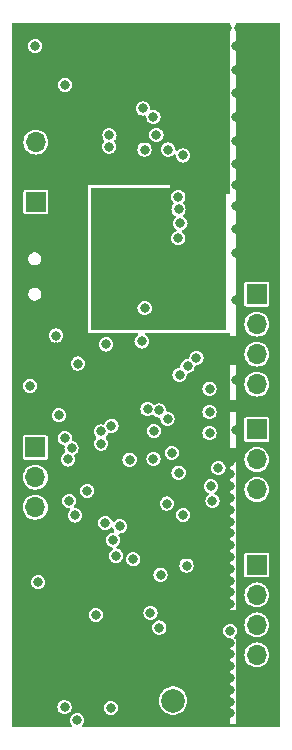
<source format=gbr>
%TF.GenerationSoftware,KiCad,Pcbnew,8.0.1*%
%TF.CreationDate,2024-07-16T16:14:44-04:00*%
%TF.ProjectId,Tiny4FSK,54696e79-3446-4534-9b2e-6b696361645f,rev?*%
%TF.SameCoordinates,Original*%
%TF.FileFunction,Copper,L2,Inr*%
%TF.FilePolarity,Positive*%
%FSLAX46Y46*%
G04 Gerber Fmt 4.6, Leading zero omitted, Abs format (unit mm)*
G04 Created by KiCad (PCBNEW 8.0.1) date 2024-07-16 16:14:44*
%MOMM*%
%LPD*%
G01*
G04 APERTURE LIST*
%TA.AperFunction,ComponentPad*%
%ADD10R,1.700000X1.700000*%
%TD*%
%TA.AperFunction,ComponentPad*%
%ADD11O,1.700000X1.700000*%
%TD*%
%TA.AperFunction,HeatsinkPad*%
%ADD12C,0.500000*%
%TD*%
%TA.AperFunction,ComponentPad*%
%ADD13C,0.600000*%
%TD*%
%TA.AperFunction,ComponentPad*%
%ADD14C,2.000000*%
%TD*%
%TA.AperFunction,ViaPad*%
%ADD15C,0.800000*%
%TD*%
G04 APERTURE END LIST*
D10*
%TO.N,D+*%
%TO.C,J4*%
X142250000Y-84210000D03*
D11*
%TO.N,D-*%
X142250000Y-86750000D03*
%TO.N,+3.3V*%
X142250000Y-89290000D03*
%TO.N,Earth*%
X142250000Y-91830000D03*
%TD*%
D10*
%TO.N,+3.3V*%
%TO.C,J5*%
X161000000Y-82700000D03*
D11*
%TO.N,SDA*%
X161000000Y-85240000D03*
%TO.N,SCL*%
X161000000Y-87780000D03*
%TO.N,Earth*%
X161000000Y-90320000D03*
%TD*%
D12*
%TO.N,Earth*%
%TO.C,IC1*%
X153500000Y-93000000D03*
X153500000Y-91000000D03*
X151500000Y-93000000D03*
X151500000Y-91000000D03*
%TD*%
D10*
%TO.N,+BATT*%
%TO.C,J6*%
X142294431Y-63452157D03*
D11*
%TO.N,Earth*%
X142294431Y-60912157D03*
%TO.N,+3.3V*%
X142294431Y-58372157D03*
%TD*%
D13*
%TO.N,Earth*%
%TO.C,U6*%
X154385000Y-69255000D03*
X152885000Y-69255000D03*
X153635000Y-69755000D03*
X154385000Y-70255000D03*
X152885000Y-70255000D03*
%TD*%
D14*
%TO.N,Net-(AE2-RF)*%
%TO.C,AE2*%
X153911023Y-105665790D03*
%TO.N,Earth*%
X150696023Y-105665790D03*
X157126023Y-105665790D03*
%TD*%
D10*
%TO.N,D12*%
%TO.C,J2*%
X161000000Y-71250000D03*
D11*
%TO.N,D13*%
X161000000Y-73790000D03*
%TO.N,A1*%
X161000000Y-76330000D03*
%TO.N,A2*%
X161000000Y-78870000D03*
%TD*%
D10*
%TO.N,+3.3V*%
%TO.C,J7*%
X161000000Y-94175000D03*
D11*
%TO.N,MOSI*%
X161000000Y-96715000D03*
%TO.N,MISO*%
X161000000Y-99255000D03*
%TO.N,SCK*%
X161000000Y-101795000D03*
%TO.N,Earth*%
X161000000Y-104335000D03*
%TD*%
D15*
%TO.N,Earth*%
X148500000Y-55500000D03*
%TO.N,+BATT*%
X152500000Y-57750000D03*
X151500000Y-59000000D03*
%TO.N,Earth*%
X143250000Y-82000000D03*
X153750000Y-75750000D03*
X159250000Y-82750000D03*
X159250000Y-78500000D03*
X159250000Y-71750000D03*
X157250000Y-101750000D03*
X161000000Y-107000000D03*
X142250000Y-56250000D03*
X157000000Y-67750000D03*
X150250000Y-73500000D03*
X154250000Y-73750000D03*
X158750000Y-96500000D03*
X158750000Y-97500000D03*
X158750000Y-85500000D03*
X158750000Y-86500000D03*
X158750000Y-87500000D03*
X158750000Y-106750000D03*
X158750000Y-105750000D03*
X158750000Y-104750000D03*
X158750000Y-103750000D03*
X158750000Y-102750000D03*
X158750000Y-101750000D03*
X143000000Y-98500000D03*
X149500000Y-96750000D03*
X150250000Y-102000000D03*
X149500000Y-101250000D03*
X150750000Y-101250000D03*
X152000000Y-102000000D03*
X155000000Y-98750000D03*
X158750000Y-88500000D03*
X158750000Y-89500000D03*
X158750000Y-90500000D03*
X158750000Y-91500000D03*
X158750000Y-92500000D03*
X158750000Y-93500000D03*
X158750000Y-94500000D03*
X158750000Y-95500000D03*
X146750000Y-50250000D03*
X155250000Y-53500000D03*
X154500000Y-55500000D03*
X153250000Y-54250000D03*
X150250000Y-54000000D03*
X157750000Y-53250000D03*
X156500000Y-54250000D03*
X157750000Y-55250000D03*
X156750000Y-57750000D03*
X155750000Y-56750000D03*
X154500000Y-57000000D03*
X155500000Y-58000000D03*
X156500000Y-59000000D03*
X146500000Y-54500000D03*
X140750000Y-50000000D03*
X140750000Y-54750000D03*
X140750000Y-57000000D03*
X144000000Y-57000000D03*
X140750000Y-64750000D03*
X141000000Y-68250000D03*
X141000000Y-71250000D03*
X142250000Y-69750000D03*
X145750000Y-71750000D03*
X145750000Y-73250000D03*
X141000000Y-75250000D03*
X141250000Y-80750000D03*
X141000000Y-95500000D03*
X140750000Y-107250000D03*
X143000000Y-99750000D03*
X158750000Y-100750000D03*
X159250000Y-50250000D03*
X159250000Y-65750000D03*
X159250000Y-52250000D03*
X159250000Y-62000000D03*
X159250000Y-58250000D03*
X159250000Y-67750000D03*
X159250000Y-63750000D03*
X159250000Y-54250000D03*
X159250000Y-60250000D03*
X159250000Y-56250000D03*
X160750000Y-51250000D03*
X160750000Y-53250000D03*
X160750000Y-55250000D03*
X160750000Y-68750000D03*
X160750000Y-59250000D03*
X160750000Y-61250000D03*
X160750000Y-57250000D03*
X160750000Y-66750000D03*
X160750000Y-64750000D03*
X160750000Y-63000000D03*
X162250000Y-62000000D03*
X162250000Y-63750000D03*
X162250000Y-65750000D03*
X162250000Y-67750000D03*
X162250000Y-56250000D03*
X162250000Y-58250000D03*
X162250000Y-60250000D03*
X162250000Y-54250000D03*
X162250000Y-50250000D03*
X162250000Y-52250000D03*
X142000000Y-48750000D03*
X141000000Y-48750000D03*
X143000000Y-48750000D03*
X145000000Y-48750000D03*
X146000000Y-48750000D03*
X144000000Y-48750000D03*
%TO.N,GPS_EN*%
X145012653Y-85237347D03*
X153500000Y-59000000D03*
%TO.N,Earth*%
X155386182Y-87492574D03*
%TO.N,+3.3V*%
X157250000Y-88750000D03*
X157112500Y-87500000D03*
X154377605Y-64069111D03*
%TO.N,Earth*%
X153500000Y-49750000D03*
X157000000Y-49750000D03*
X148000000Y-49250000D03*
X149000000Y-49250000D03*
X151000000Y-49250000D03*
X147000000Y-48750000D03*
X152000000Y-49250000D03*
X150000000Y-49250000D03*
X146750000Y-60500000D03*
%TO.N,+BATT*%
X148500000Y-58750000D03*
%TO.N,+3.3V*%
X148250000Y-75500000D03*
%TO.N,Earth*%
X149471497Y-75475000D03*
X151250000Y-77250000D03*
%TO.N,+3.3V*%
X151250000Y-75250000D03*
%TO.N,Earth*%
X149145000Y-70617500D03*
X148500000Y-72500000D03*
X149393582Y-89315344D03*
X157398495Y-66500000D03*
X161500000Y-48750000D03*
X144000000Y-75750000D03*
X156640503Y-72436099D03*
X157398495Y-63363147D03*
X145712500Y-97500000D03*
X152750000Y-100500000D03*
X145712500Y-99500000D03*
X159500000Y-48750000D03*
X153000000Y-48750000D03*
X154795000Y-48750000D03*
X145575000Y-93296174D03*
X151338438Y-84795769D03*
X157398495Y-65454381D03*
X156895000Y-71250000D03*
X153750000Y-96000000D03*
X154250000Y-79250000D03*
X149479180Y-99004485D03*
X153317735Y-98651785D03*
X157398495Y-64408764D03*
X145250000Y-81500000D03*
X158500000Y-48750000D03*
X156750000Y-48750000D03*
X160500000Y-48750000D03*
%TO.N,+3.3V*%
X154532500Y-65255000D03*
X148646023Y-106273570D03*
X154357500Y-63000000D03*
X153390002Y-88978107D03*
X145850000Y-77125000D03*
X154357500Y-66505000D03*
X144767423Y-53527003D03*
X141798491Y-79001099D03*
X144249997Y-81500000D03*
X154459160Y-78079760D03*
X157000000Y-81250000D03*
X150233148Y-85258148D03*
X154750000Y-59500000D03*
X151506122Y-72426524D03*
X147372669Y-98397974D03*
%TO.N,GPIO1*%
X146637653Y-87887653D03*
X148176166Y-90614348D03*
%TO.N,RF_RST*%
X145603155Y-89977849D03*
X149405728Y-90905728D03*
%TO.N,SCK*%
X148828931Y-92063576D03*
%TO.N,MISO*%
X149087390Y-93388488D03*
X152257005Y-85191040D03*
%TO.N,MOSI*%
X152750000Y-99475000D03*
X158750000Y-99750000D03*
%TO.N,RF_SS*%
X150549890Y-93679485D03*
X153798960Y-84682384D03*
%TO.N,SDA*%
X157000000Y-83000000D03*
X157750153Y-85974847D03*
%TO.N,SCL*%
X142237347Y-50237347D03*
X155141298Y-77348533D03*
X157000000Y-79250000D03*
%TO.N,SWDIO*%
X147822340Y-82874802D03*
%TO.N,SWCLK*%
X148696470Y-82389104D03*
%TO.N,nRST*%
X147820789Y-83897149D03*
X142500000Y-95625000D03*
%TO.N,A1*%
X144750000Y-83425000D03*
%TO.N,A2*%
X145319484Y-84285581D03*
%TO.N,D-*%
X153449585Y-81798519D03*
%TO.N,SUCCESS*%
X145125000Y-88750000D03*
X144725178Y-106221176D03*
%TO.N,ERROR*%
X145794878Y-107319877D03*
X152000354Y-98225000D03*
X152855075Y-94998402D03*
X154777739Y-89928107D03*
%TO.N,SDN*%
X155052263Y-94223043D03*
X154382819Y-86357513D03*
%TO.N,D13*%
X152299750Y-82824750D03*
%TO.N,D12*%
X155893639Y-76643639D03*
%TO.N,+BATT*%
X148525000Y-57799906D03*
X144000000Y-74750000D03*
%TO.N,TXD*%
X151749999Y-80975000D03*
X152250000Y-56250000D03*
%TO.N,RXD*%
X151355571Y-55525000D03*
X152743299Y-81090588D03*
%TD*%
%TA.AperFunction,Conductor*%
%TO.N,Earth*%
G36*
X158693039Y-48269685D02*
G01*
X158738794Y-48322489D01*
X158750000Y-48374000D01*
X158750000Y-62637231D01*
X158730315Y-62704270D01*
X158677511Y-62750025D01*
X158626000Y-62761231D01*
X158433540Y-62761231D01*
X158433540Y-74137231D01*
X158413855Y-74204270D01*
X158361051Y-74250025D01*
X158309540Y-74261231D01*
X147057540Y-74261231D01*
X146990501Y-74241546D01*
X146944746Y-74188742D01*
X146933540Y-74137231D01*
X146933540Y-72426525D01*
X150900440Y-72426525D01*
X150921077Y-72583284D01*
X150921078Y-72583286D01*
X150981586Y-72729365D01*
X151077840Y-72854806D01*
X151203281Y-72951060D01*
X151349360Y-73011568D01*
X151427741Y-73021887D01*
X151506121Y-73032206D01*
X151506122Y-73032206D01*
X151506123Y-73032206D01*
X151558376Y-73025326D01*
X151662884Y-73011568D01*
X151808963Y-72951060D01*
X151934404Y-72854806D01*
X152030658Y-72729365D01*
X152091166Y-72583286D01*
X152111804Y-72426524D01*
X152091166Y-72269762D01*
X152030658Y-72123683D01*
X151934404Y-71998242D01*
X151808963Y-71901988D01*
X151662884Y-71841480D01*
X151662882Y-71841479D01*
X151506123Y-71820842D01*
X151506121Y-71820842D01*
X151349361Y-71841479D01*
X151349359Y-71841480D01*
X151203282Y-71901987D01*
X151077840Y-71998242D01*
X150981585Y-72123684D01*
X150921078Y-72269761D01*
X150921077Y-72269763D01*
X150900440Y-72426522D01*
X150900440Y-72426525D01*
X146933540Y-72426525D01*
X146933540Y-66505001D01*
X153751818Y-66505001D01*
X153772455Y-66661760D01*
X153772456Y-66661762D01*
X153832964Y-66807841D01*
X153929218Y-66933282D01*
X154054659Y-67029536D01*
X154200738Y-67090044D01*
X154279119Y-67100363D01*
X154357499Y-67110682D01*
X154357500Y-67110682D01*
X154357501Y-67110682D01*
X154409754Y-67103802D01*
X154514262Y-67090044D01*
X154660341Y-67029536D01*
X154785782Y-66933282D01*
X154882036Y-66807841D01*
X154942544Y-66661762D01*
X154963182Y-66505000D01*
X154942544Y-66348238D01*
X154882036Y-66202159D01*
X154785782Y-66076718D01*
X154722025Y-66027795D01*
X154680824Y-65971369D01*
X154676669Y-65901623D01*
X154710882Y-65840702D01*
X154750061Y-65814860D01*
X154813386Y-65788630D01*
X154835341Y-65779536D01*
X154960782Y-65683282D01*
X155057036Y-65557841D01*
X155117544Y-65411762D01*
X155138182Y-65255000D01*
X155117544Y-65098238D01*
X155057036Y-64952159D01*
X154960782Y-64826718D01*
X154835341Y-64730464D01*
X154817377Y-64723023D01*
X154762973Y-64679181D01*
X154740909Y-64612887D01*
X154758189Y-64545188D01*
X154789341Y-64510088D01*
X154805887Y-64497393D01*
X154902141Y-64371952D01*
X154962649Y-64225873D01*
X154983287Y-64069111D01*
X154962649Y-63912349D01*
X154902141Y-63766270D01*
X154805887Y-63640829D01*
X154785540Y-63625216D01*
X154744338Y-63568788D01*
X154740183Y-63499042D01*
X154774396Y-63438122D01*
X154785531Y-63428474D01*
X154785782Y-63428282D01*
X154882036Y-63302841D01*
X154942544Y-63156762D01*
X154963182Y-63000000D01*
X154942544Y-62843238D01*
X154882036Y-62697159D01*
X154785782Y-62571718D01*
X154660341Y-62475464D01*
X154617223Y-62457604D01*
X154514262Y-62414956D01*
X154514260Y-62414955D01*
X154357501Y-62394318D01*
X154357499Y-62394318D01*
X154200739Y-62414955D01*
X154200737Y-62414956D01*
X154054660Y-62475463D01*
X153929218Y-62571718D01*
X153832963Y-62697160D01*
X153772456Y-62843237D01*
X153772455Y-62843239D01*
X153751818Y-62999998D01*
X153751818Y-63000001D01*
X153772455Y-63156760D01*
X153772456Y-63156762D01*
X153832964Y-63302841D01*
X153929215Y-63428278D01*
X153929219Y-63428283D01*
X153949563Y-63443893D01*
X153990766Y-63500321D01*
X153994921Y-63570067D01*
X153960709Y-63630987D01*
X153949571Y-63640637D01*
X153949384Y-63640781D01*
X153949324Y-63640828D01*
X153853068Y-63766271D01*
X153792561Y-63912348D01*
X153792560Y-63912350D01*
X153771923Y-64069109D01*
X153771923Y-64069112D01*
X153792560Y-64225871D01*
X153792561Y-64225873D01*
X153853069Y-64371952D01*
X153949323Y-64497393D01*
X154074764Y-64593647D01*
X154092726Y-64601087D01*
X154147129Y-64644927D01*
X154169195Y-64711220D01*
X154151917Y-64778920D01*
X154120764Y-64814021D01*
X154104220Y-64826716D01*
X154007963Y-64952160D01*
X153947456Y-65098237D01*
X153947455Y-65098239D01*
X153926818Y-65254998D01*
X153926818Y-65255001D01*
X153947455Y-65411760D01*
X153947456Y-65411762D01*
X154007964Y-65557841D01*
X154104218Y-65683282D01*
X154167974Y-65732203D01*
X154209175Y-65788630D01*
X154213330Y-65858376D01*
X154179118Y-65919296D01*
X154139940Y-65945139D01*
X154054659Y-65980464D01*
X153929218Y-66076718D01*
X153832963Y-66202160D01*
X153772456Y-66348237D01*
X153772455Y-66348239D01*
X153751818Y-66504998D01*
X153751818Y-66505001D01*
X146933540Y-66505001D01*
X146933540Y-62385244D01*
X146953225Y-62318205D01*
X147006029Y-62272450D01*
X147057551Y-62261244D01*
X153684462Y-62261970D01*
X153684462Y-62011969D01*
X146683540Y-62011231D01*
X146683540Y-74511231D01*
X150861061Y-74511231D01*
X150928100Y-74530916D01*
X150973855Y-74583720D01*
X150983799Y-74652878D01*
X150954774Y-74716434D01*
X150936547Y-74733607D01*
X150821719Y-74821716D01*
X150725463Y-74947160D01*
X150664956Y-75093237D01*
X150664955Y-75093239D01*
X150644318Y-75249998D01*
X150644318Y-75250001D01*
X150664955Y-75406760D01*
X150664956Y-75406762D01*
X150703576Y-75500000D01*
X150725464Y-75552841D01*
X150821718Y-75678282D01*
X150947159Y-75774536D01*
X151093238Y-75835044D01*
X151171619Y-75845363D01*
X151249999Y-75855682D01*
X151250000Y-75855682D01*
X151250001Y-75855682D01*
X151302254Y-75848802D01*
X151406762Y-75835044D01*
X151552841Y-75774536D01*
X151678282Y-75678282D01*
X151774536Y-75552841D01*
X151835044Y-75406762D01*
X151852452Y-75274536D01*
X151855682Y-75250001D01*
X151855682Y-75249998D01*
X151835044Y-75093239D01*
X151835044Y-75093238D01*
X151774536Y-74947159D01*
X151678282Y-74821718D01*
X151678280Y-74821717D01*
X151678280Y-74821716D01*
X151563453Y-74733607D01*
X151522250Y-74677179D01*
X151518095Y-74607433D01*
X151552307Y-74546513D01*
X151614025Y-74513760D01*
X151638939Y-74511231D01*
X158626000Y-74511231D01*
X158693039Y-74530916D01*
X158738794Y-74583720D01*
X158750000Y-74635231D01*
X158750000Y-74750000D01*
X159250000Y-74750000D01*
X159250000Y-73790000D01*
X159944417Y-73790000D01*
X159964699Y-73995932D01*
X159964700Y-73995934D01*
X160024768Y-74193954D01*
X160122315Y-74376450D01*
X160122317Y-74376452D01*
X160253589Y-74536410D01*
X160340132Y-74607433D01*
X160413550Y-74667685D01*
X160596046Y-74765232D01*
X160794066Y-74825300D01*
X160794065Y-74825300D01*
X160812529Y-74827118D01*
X161000000Y-74845583D01*
X161205934Y-74825300D01*
X161403954Y-74765232D01*
X161586450Y-74667685D01*
X161746410Y-74536410D01*
X161877685Y-74376450D01*
X161975232Y-74193954D01*
X162035300Y-73995934D01*
X162055583Y-73790000D01*
X162035300Y-73584066D01*
X161975232Y-73386046D01*
X161877685Y-73203550D01*
X161825702Y-73140209D01*
X161746410Y-73043589D01*
X161586452Y-72912317D01*
X161586453Y-72912317D01*
X161586450Y-72912315D01*
X161403954Y-72814768D01*
X161205934Y-72754700D01*
X161205932Y-72754699D01*
X161205934Y-72754699D01*
X161000000Y-72734417D01*
X160794067Y-72754699D01*
X160596043Y-72814769D01*
X160485898Y-72873643D01*
X160413550Y-72912315D01*
X160413548Y-72912316D01*
X160413547Y-72912317D01*
X160253589Y-73043589D01*
X160122317Y-73203547D01*
X160024769Y-73386043D01*
X159964699Y-73584067D01*
X159944417Y-73790000D01*
X159250000Y-73790000D01*
X159250000Y-72119752D01*
X159949500Y-72119752D01*
X159961131Y-72178229D01*
X159961132Y-72178230D01*
X160005447Y-72244552D01*
X160071769Y-72288867D01*
X160071770Y-72288868D01*
X160130247Y-72300499D01*
X160130250Y-72300500D01*
X160130252Y-72300500D01*
X161869750Y-72300500D01*
X161869751Y-72300499D01*
X161884568Y-72297552D01*
X161928229Y-72288868D01*
X161928229Y-72288867D01*
X161928231Y-72288867D01*
X161994552Y-72244552D01*
X162038867Y-72178231D01*
X162038867Y-72178229D01*
X162038868Y-72178229D01*
X162050499Y-72119752D01*
X162050500Y-72119750D01*
X162050500Y-70380249D01*
X162050499Y-70380247D01*
X162038868Y-70321770D01*
X162038867Y-70321769D01*
X161994552Y-70255447D01*
X161928230Y-70211132D01*
X161928229Y-70211131D01*
X161869752Y-70199500D01*
X161869748Y-70199500D01*
X160130252Y-70199500D01*
X160130247Y-70199500D01*
X160071770Y-70211131D01*
X160071769Y-70211132D01*
X160005447Y-70255447D01*
X159961132Y-70321769D01*
X159961131Y-70321770D01*
X159949500Y-70380247D01*
X159949500Y-72119752D01*
X159250000Y-72119752D01*
X159250000Y-48374000D01*
X159269685Y-48306961D01*
X159322489Y-48261206D01*
X159374000Y-48250000D01*
X162875992Y-48250000D01*
X162943031Y-48269685D01*
X162988786Y-48322489D01*
X162999992Y-48374003D01*
X162998712Y-107805093D01*
X162979026Y-107872132D01*
X162926221Y-107917885D01*
X162874699Y-107929090D01*
X146337092Y-107927354D01*
X146270055Y-107907662D01*
X146224305Y-107854854D01*
X146214369Y-107785694D01*
X146238729Y-107727868D01*
X146319414Y-107622718D01*
X146379922Y-107476639D01*
X146400560Y-107319877D01*
X146379922Y-107163115D01*
X146319414Y-107017036D01*
X146223160Y-106891595D01*
X146097719Y-106795341D01*
X145951640Y-106734833D01*
X145951638Y-106734832D01*
X145794879Y-106714195D01*
X145794877Y-106714195D01*
X145638117Y-106734832D01*
X145638115Y-106734833D01*
X145492038Y-106795340D01*
X145366596Y-106891595D01*
X145270341Y-107017037D01*
X145209834Y-107163114D01*
X145209833Y-107163116D01*
X145189196Y-107319875D01*
X145189196Y-107319878D01*
X145209833Y-107476637D01*
X145209834Y-107476639D01*
X145270342Y-107622718D01*
X145350940Y-107727755D01*
X145376133Y-107792923D01*
X145362095Y-107861367D01*
X145313281Y-107911357D01*
X145252550Y-107927240D01*
X140385116Y-107926729D01*
X140318079Y-107907037D01*
X140272329Y-107854229D01*
X140261129Y-107802752D01*
X140260835Y-106221177D01*
X144119496Y-106221177D01*
X144140133Y-106377936D01*
X144140134Y-106377938D01*
X144161835Y-106430330D01*
X144200642Y-106524017D01*
X144296896Y-106649458D01*
X144422337Y-106745712D01*
X144568416Y-106806220D01*
X144646797Y-106816539D01*
X144725177Y-106826858D01*
X144725178Y-106826858D01*
X144725179Y-106826858D01*
X144777432Y-106819978D01*
X144881940Y-106806220D01*
X145028019Y-106745712D01*
X145153460Y-106649458D01*
X145249714Y-106524017D01*
X145310222Y-106377938D01*
X145323962Y-106273571D01*
X148040341Y-106273571D01*
X148060978Y-106430330D01*
X148060979Y-106430332D01*
X148080734Y-106478026D01*
X148121487Y-106576411D01*
X148217741Y-106701852D01*
X148343182Y-106798106D01*
X148489261Y-106858614D01*
X148567642Y-106868933D01*
X148646022Y-106879252D01*
X148646023Y-106879252D01*
X148646024Y-106879252D01*
X148698277Y-106872372D01*
X148802785Y-106858614D01*
X148948864Y-106798106D01*
X149074305Y-106701852D01*
X149170559Y-106576411D01*
X149231067Y-106430332D01*
X149251705Y-106273570D01*
X149231067Y-106116808D01*
X149170559Y-105970729D01*
X149074305Y-105845288D01*
X148948864Y-105749034D01*
X148822371Y-105696639D01*
X148802785Y-105688526D01*
X148802783Y-105688525D01*
X148646024Y-105667888D01*
X148646022Y-105667888D01*
X148489262Y-105688525D01*
X148489260Y-105688526D01*
X148343183Y-105749033D01*
X148217741Y-105845288D01*
X148121486Y-105970730D01*
X148060979Y-106116807D01*
X148060978Y-106116809D01*
X148040341Y-106273568D01*
X148040341Y-106273571D01*
X145323962Y-106273571D01*
X145330860Y-106221176D01*
X145310222Y-106064414D01*
X145249714Y-105918335D01*
X145153460Y-105792894D01*
X145028019Y-105696640D01*
X144953541Y-105665790D01*
X152705380Y-105665790D01*
X152725907Y-105887325D01*
X152725908Y-105887327D01*
X152786792Y-106101313D01*
X152786798Y-106101328D01*
X152885961Y-106300473D01*
X152885966Y-106300481D01*
X153020043Y-106478028D01*
X153184460Y-106627913D01*
X153184462Y-106627915D01*
X153373618Y-106745035D01*
X153373619Y-106745035D01*
X153373622Y-106745037D01*
X153581083Y-106825408D01*
X153799780Y-106866290D01*
X153799782Y-106866290D01*
X154022264Y-106866290D01*
X154022266Y-106866290D01*
X154240963Y-106825408D01*
X154448424Y-106745037D01*
X154637585Y-106627914D01*
X154802004Y-106478026D01*
X154936081Y-106300479D01*
X155035252Y-106101318D01*
X155096138Y-105887326D01*
X155116666Y-105665790D01*
X155112005Y-105615494D01*
X155096138Y-105444254D01*
X155096137Y-105444252D01*
X155035253Y-105230266D01*
X155035252Y-105230262D01*
X155035247Y-105230251D01*
X154936084Y-105031106D01*
X154936079Y-105031098D01*
X154802002Y-104853551D01*
X154637585Y-104703666D01*
X154637583Y-104703664D01*
X154448427Y-104586544D01*
X154448421Y-104586542D01*
X154240963Y-104506172D01*
X154022266Y-104465290D01*
X153799780Y-104465290D01*
X153581083Y-104506172D01*
X153449887Y-104556997D01*
X153373624Y-104586542D01*
X153373618Y-104586544D01*
X153184462Y-104703664D01*
X153184460Y-104703666D01*
X153020043Y-104853551D01*
X152885966Y-105031098D01*
X152885961Y-105031106D01*
X152786798Y-105230251D01*
X152786792Y-105230266D01*
X152725908Y-105444252D01*
X152725907Y-105444254D01*
X152705380Y-105665789D01*
X152705380Y-105665790D01*
X144953541Y-105665790D01*
X144881940Y-105636132D01*
X144881938Y-105636131D01*
X144725179Y-105615494D01*
X144725177Y-105615494D01*
X144568417Y-105636131D01*
X144568415Y-105636132D01*
X144422338Y-105696639D01*
X144296896Y-105792894D01*
X144200641Y-105918336D01*
X144140134Y-106064413D01*
X144140133Y-106064415D01*
X144119496Y-106221174D01*
X144119496Y-106221177D01*
X140260835Y-106221177D01*
X140260789Y-105970730D01*
X140259586Y-99475001D01*
X152144318Y-99475001D01*
X152164955Y-99631760D01*
X152164956Y-99631762D01*
X152225464Y-99777841D01*
X152321718Y-99903282D01*
X152447159Y-99999536D01*
X152593238Y-100060044D01*
X152671619Y-100070363D01*
X152749999Y-100080682D01*
X152750000Y-100080682D01*
X152750001Y-100080682D01*
X152802254Y-100073802D01*
X152906762Y-100060044D01*
X153052841Y-99999536D01*
X153178282Y-99903282D01*
X153274536Y-99777841D01*
X153286068Y-99750001D01*
X158144318Y-99750001D01*
X158164955Y-99906760D01*
X158164956Y-99906762D01*
X158204160Y-100001410D01*
X158225464Y-100052841D01*
X158321718Y-100178282D01*
X158447159Y-100274536D01*
X158593238Y-100335044D01*
X158642028Y-100341467D01*
X158705925Y-100369733D01*
X158744396Y-100428057D01*
X158749843Y-100464406D01*
X158749843Y-107672867D01*
X159249843Y-107672867D01*
X159249843Y-101795000D01*
X159944417Y-101795000D01*
X159964699Y-102000932D01*
X159964700Y-102000934D01*
X160024768Y-102198954D01*
X160122315Y-102381450D01*
X160122317Y-102381452D01*
X160253589Y-102541410D01*
X160350209Y-102620702D01*
X160413550Y-102672685D01*
X160596046Y-102770232D01*
X160794066Y-102830300D01*
X160794065Y-102830300D01*
X160812529Y-102832118D01*
X161000000Y-102850583D01*
X161205934Y-102830300D01*
X161403954Y-102770232D01*
X161586450Y-102672685D01*
X161746410Y-102541410D01*
X161877685Y-102381450D01*
X161975232Y-102198954D01*
X162035300Y-102000934D01*
X162055583Y-101795000D01*
X162035300Y-101589066D01*
X161975232Y-101391046D01*
X161877685Y-101208550D01*
X161825702Y-101145209D01*
X161746410Y-101048589D01*
X161586452Y-100917317D01*
X161586453Y-100917317D01*
X161586450Y-100917315D01*
X161403954Y-100819768D01*
X161205934Y-100759700D01*
X161205932Y-100759699D01*
X161205934Y-100759699D01*
X161000000Y-100739417D01*
X160794067Y-100759699D01*
X160596043Y-100819769D01*
X160485898Y-100878643D01*
X160413550Y-100917315D01*
X160413548Y-100917316D01*
X160413547Y-100917317D01*
X160253589Y-101048589D01*
X160122317Y-101208547D01*
X160024769Y-101391043D01*
X159964699Y-101589067D01*
X159944417Y-101795000D01*
X159249843Y-101795000D01*
X159249843Y-100422867D01*
X159224824Y-100422867D01*
X159157785Y-100403182D01*
X159112030Y-100350378D01*
X159102086Y-100281220D01*
X159131111Y-100217664D01*
X159149335Y-100200493D01*
X159178282Y-100178282D01*
X159274536Y-100052841D01*
X159335044Y-99906762D01*
X159355682Y-99750000D01*
X159335044Y-99593238D01*
X159274536Y-99447159D01*
X159178282Y-99321718D01*
X159091333Y-99255000D01*
X159944417Y-99255000D01*
X159964699Y-99460932D01*
X159968967Y-99475001D01*
X160024768Y-99658954D01*
X160122315Y-99841450D01*
X160122317Y-99841452D01*
X160253589Y-100001410D01*
X160316259Y-100052841D01*
X160413550Y-100132685D01*
X160596046Y-100230232D01*
X160794066Y-100290300D01*
X160794065Y-100290300D01*
X160812529Y-100292118D01*
X161000000Y-100310583D01*
X161205934Y-100290300D01*
X161403954Y-100230232D01*
X161586450Y-100132685D01*
X161746410Y-100001410D01*
X161877685Y-99841450D01*
X161975232Y-99658954D01*
X162035300Y-99460934D01*
X162055583Y-99255000D01*
X162035300Y-99049066D01*
X161975232Y-98851046D01*
X161877685Y-98668550D01*
X161784281Y-98554736D01*
X161746410Y-98508589D01*
X161611621Y-98397972D01*
X161586450Y-98377315D01*
X161403954Y-98279768D01*
X161205934Y-98219700D01*
X161205932Y-98219699D01*
X161205934Y-98219699D01*
X161000000Y-98199417D01*
X160794067Y-98219699D01*
X160596043Y-98279769D01*
X160485898Y-98338643D01*
X160413550Y-98377315D01*
X160413548Y-98377316D01*
X160413547Y-98377317D01*
X160253589Y-98508589D01*
X160122317Y-98668547D01*
X160024769Y-98851043D01*
X159964699Y-99049067D01*
X159944417Y-99255000D01*
X159091333Y-99255000D01*
X159052841Y-99225464D01*
X158906762Y-99164956D01*
X158906760Y-99164955D01*
X158750001Y-99144318D01*
X158749999Y-99144318D01*
X158593239Y-99164955D01*
X158593237Y-99164956D01*
X158447160Y-99225463D01*
X158321718Y-99321718D01*
X158225463Y-99447160D01*
X158164956Y-99593237D01*
X158164955Y-99593239D01*
X158144318Y-99749998D01*
X158144318Y-99750001D01*
X153286068Y-99750001D01*
X153335044Y-99631762D01*
X153355682Y-99475000D01*
X153335044Y-99318238D01*
X153274536Y-99172159D01*
X153178282Y-99046718D01*
X153052841Y-98950464D01*
X152906762Y-98889956D01*
X152906760Y-98889955D01*
X152750001Y-98869318D01*
X152749999Y-98869318D01*
X152593239Y-98889955D01*
X152593237Y-98889956D01*
X152447150Y-98950467D01*
X152446429Y-98950884D01*
X152445744Y-98951049D01*
X152445599Y-98951109D01*
X152441394Y-98954888D01*
X152321718Y-99046718D01*
X152225463Y-99172160D01*
X152164956Y-99318237D01*
X152164955Y-99318239D01*
X152144318Y-99474998D01*
X152144318Y-99475001D01*
X140259586Y-99475001D01*
X140259545Y-99255000D01*
X140259386Y-98397975D01*
X146766987Y-98397975D01*
X146787624Y-98554734D01*
X146787625Y-98554736D01*
X146828444Y-98653283D01*
X146848133Y-98700815D01*
X146944387Y-98826256D01*
X147069828Y-98922510D01*
X147215907Y-98983018D01*
X147294288Y-98993337D01*
X147372668Y-99003656D01*
X147372669Y-99003656D01*
X147372670Y-99003656D01*
X147424923Y-98996776D01*
X147529431Y-98983018D01*
X147675510Y-98922510D01*
X147800951Y-98826256D01*
X147897205Y-98700815D01*
X147957713Y-98554736D01*
X147978351Y-98397974D01*
X147976216Y-98381760D01*
X147957713Y-98241213D01*
X147957713Y-98241212D01*
X147950998Y-98225001D01*
X151394672Y-98225001D01*
X151415309Y-98381760D01*
X151415310Y-98381762D01*
X151467843Y-98508589D01*
X151475818Y-98527841D01*
X151572072Y-98653282D01*
X151697513Y-98749536D01*
X151843592Y-98810044D01*
X151921973Y-98820363D01*
X152000353Y-98830682D01*
X152000354Y-98830682D01*
X152000355Y-98830682D01*
X152052608Y-98823802D01*
X152157116Y-98810044D01*
X152303195Y-98749536D01*
X152303200Y-98749531D01*
X152303907Y-98749125D01*
X152304582Y-98748961D01*
X152304750Y-98748891D01*
X152308949Y-98745120D01*
X152428636Y-98653282D01*
X152524890Y-98527841D01*
X152585398Y-98381762D01*
X152606036Y-98225000D01*
X152585398Y-98068238D01*
X152524890Y-97922159D01*
X152428636Y-97796718D01*
X152303195Y-97700464D01*
X152157116Y-97639956D01*
X152157114Y-97639955D01*
X152000355Y-97619318D01*
X152000353Y-97619318D01*
X151843593Y-97639955D01*
X151843591Y-97639956D01*
X151697514Y-97700463D01*
X151572072Y-97796718D01*
X151475817Y-97922160D01*
X151415310Y-98068237D01*
X151415309Y-98068239D01*
X151394672Y-98224998D01*
X151394672Y-98225001D01*
X147950998Y-98225001D01*
X147897205Y-98095133D01*
X147800951Y-97969692D01*
X147675510Y-97873438D01*
X147529431Y-97812930D01*
X147529429Y-97812929D01*
X147372670Y-97792292D01*
X147372668Y-97792292D01*
X147215908Y-97812929D01*
X147215906Y-97812930D01*
X147069829Y-97873437D01*
X146944387Y-97969692D01*
X146848132Y-98095134D01*
X146787625Y-98241211D01*
X146787624Y-98241213D01*
X146766987Y-98397972D01*
X146766987Y-98397975D01*
X140259386Y-98397975D01*
X140258873Y-95625001D01*
X141894318Y-95625001D01*
X141914955Y-95781760D01*
X141914956Y-95781762D01*
X141975464Y-95927841D01*
X142071718Y-96053282D01*
X142197159Y-96149536D01*
X142343238Y-96210044D01*
X142421619Y-96220363D01*
X142499999Y-96230682D01*
X142500000Y-96230682D01*
X142500001Y-96230682D01*
X142552254Y-96223802D01*
X142656762Y-96210044D01*
X142802841Y-96149536D01*
X142928282Y-96053282D01*
X143024536Y-95927841D01*
X143085044Y-95781762D01*
X143105682Y-95625000D01*
X143102928Y-95604084D01*
X143085044Y-95468239D01*
X143085044Y-95468238D01*
X143024536Y-95322159D01*
X142928282Y-95196718D01*
X142802841Y-95100464D01*
X142656762Y-95039956D01*
X142656760Y-95039955D01*
X142500001Y-95019318D01*
X142499999Y-95019318D01*
X142343239Y-95039955D01*
X142343237Y-95039956D01*
X142197160Y-95100463D01*
X142071718Y-95196718D01*
X141975463Y-95322160D01*
X141914956Y-95468237D01*
X141914955Y-95468239D01*
X141894318Y-95624998D01*
X141894318Y-95625001D01*
X140258873Y-95625001D01*
X140258757Y-94998403D01*
X152249393Y-94998403D01*
X152270030Y-95155162D01*
X152270031Y-95155164D01*
X152330539Y-95301243D01*
X152426793Y-95426684D01*
X152552234Y-95522938D01*
X152698313Y-95583446D01*
X152776694Y-95593765D01*
X152855074Y-95604084D01*
X152855075Y-95604084D01*
X152855076Y-95604084D01*
X152907329Y-95597204D01*
X153011837Y-95583446D01*
X153157916Y-95522938D01*
X153283357Y-95426684D01*
X153379611Y-95301243D01*
X153440119Y-95155164D01*
X153460757Y-94998402D01*
X153440119Y-94841640D01*
X153379611Y-94695561D01*
X153283357Y-94570120D01*
X153157916Y-94473866D01*
X153011837Y-94413358D01*
X153011835Y-94413357D01*
X152855076Y-94392720D01*
X152855074Y-94392720D01*
X152698314Y-94413357D01*
X152698312Y-94413358D01*
X152552235Y-94473865D01*
X152426793Y-94570120D01*
X152330538Y-94695562D01*
X152270031Y-94841639D01*
X152270030Y-94841641D01*
X152249393Y-94998400D01*
X152249393Y-94998403D01*
X140258757Y-94998403D01*
X140257944Y-90614349D01*
X147570484Y-90614349D01*
X147591121Y-90771108D01*
X147591122Y-90771110D01*
X147651630Y-90917189D01*
X147747884Y-91042630D01*
X147873325Y-91138884D01*
X148019404Y-91199392D01*
X148089111Y-91208569D01*
X148176165Y-91220030D01*
X148176166Y-91220030D01*
X148176167Y-91220030D01*
X148228420Y-91213150D01*
X148332928Y-91199392D01*
X148479007Y-91138884D01*
X148604448Y-91042630D01*
X148608789Y-91036971D01*
X148665215Y-90995769D01*
X148734961Y-90991614D01*
X148795882Y-91025825D01*
X148821726Y-91065005D01*
X148881192Y-91208570D01*
X148919434Y-91258407D01*
X148944629Y-91323576D01*
X148930591Y-91392021D01*
X148881777Y-91442011D01*
X148836593Y-91453830D01*
X148836989Y-91456833D01*
X148672170Y-91478531D01*
X148672168Y-91478532D01*
X148526091Y-91539039D01*
X148400649Y-91635294D01*
X148304394Y-91760736D01*
X148243887Y-91906813D01*
X148243886Y-91906815D01*
X148223249Y-92063574D01*
X148223249Y-92063577D01*
X148243886Y-92220336D01*
X148243887Y-92220338D01*
X148304395Y-92366417D01*
X148400649Y-92491858D01*
X148526090Y-92588112D01*
X148672169Y-92648620D01*
X148710820Y-92653708D01*
X148774715Y-92681974D01*
X148813187Y-92740298D01*
X148814019Y-92810163D01*
X148776947Y-92869387D01*
X148770121Y-92875023D01*
X148659108Y-92960206D01*
X148562853Y-93085648D01*
X148502346Y-93231725D01*
X148502345Y-93231727D01*
X148481708Y-93388486D01*
X148481708Y-93388489D01*
X148502345Y-93545248D01*
X148502346Y-93545250D01*
X148540763Y-93637998D01*
X148562854Y-93691329D01*
X148659108Y-93816770D01*
X148784549Y-93913024D01*
X148930628Y-93973532D01*
X149009009Y-93983851D01*
X149087389Y-93994170D01*
X149087390Y-93994170D01*
X149087391Y-93994170D01*
X149139644Y-93987290D01*
X149244152Y-93973532D01*
X149390231Y-93913024D01*
X149515672Y-93816770D01*
X149611926Y-93691329D01*
X149616832Y-93679486D01*
X149944208Y-93679486D01*
X149964845Y-93836245D01*
X149964846Y-93836247D01*
X150025354Y-93982326D01*
X150121608Y-94107767D01*
X150247049Y-94204021D01*
X150393128Y-94264529D01*
X150471509Y-94274848D01*
X150549889Y-94285167D01*
X150549890Y-94285167D01*
X150549891Y-94285167D01*
X150602144Y-94278287D01*
X150706652Y-94264529D01*
X150806805Y-94223044D01*
X154446581Y-94223044D01*
X154467218Y-94379803D01*
X154467219Y-94379805D01*
X154527727Y-94525884D01*
X154623981Y-94651325D01*
X154749422Y-94747579D01*
X154895501Y-94808087D01*
X154973882Y-94818406D01*
X155052262Y-94828725D01*
X155052263Y-94828725D01*
X155052264Y-94828725D01*
X155104517Y-94821845D01*
X155209025Y-94808087D01*
X155355104Y-94747579D01*
X155480545Y-94651325D01*
X155576799Y-94525884D01*
X155637307Y-94379805D01*
X155657945Y-94223043D01*
X155637307Y-94066281D01*
X155576799Y-93920202D01*
X155480545Y-93794761D01*
X155355104Y-93698507D01*
X155309183Y-93679486D01*
X155209025Y-93637999D01*
X155209023Y-93637998D01*
X155052264Y-93617361D01*
X155052262Y-93617361D01*
X154895502Y-93637998D01*
X154895500Y-93637999D01*
X154749423Y-93698506D01*
X154623981Y-93794761D01*
X154527726Y-93920203D01*
X154467219Y-94066280D01*
X154467218Y-94066282D01*
X154446581Y-94223041D01*
X154446581Y-94223044D01*
X150806805Y-94223044D01*
X150852731Y-94204021D01*
X150978172Y-94107767D01*
X151074426Y-93982326D01*
X151134934Y-93836247D01*
X151155572Y-93679485D01*
X151134934Y-93522723D01*
X151074426Y-93376644D01*
X150978172Y-93251203D01*
X150852731Y-93154949D01*
X150807305Y-93136133D01*
X150706652Y-93094441D01*
X150706650Y-93094440D01*
X150549891Y-93073803D01*
X150549889Y-93073803D01*
X150393129Y-93094440D01*
X150393127Y-93094441D01*
X150247050Y-93154948D01*
X150121608Y-93251203D01*
X150025353Y-93376645D01*
X149964846Y-93522722D01*
X149964845Y-93522724D01*
X149944208Y-93679483D01*
X149944208Y-93679486D01*
X149616832Y-93679486D01*
X149672434Y-93545250D01*
X149693072Y-93388488D01*
X149672434Y-93231726D01*
X149611926Y-93085647D01*
X149515672Y-92960206D01*
X149390231Y-92863952D01*
X149244152Y-92803444D01*
X149231251Y-92801745D01*
X149205499Y-92798355D01*
X149141603Y-92770088D01*
X149103133Y-92711763D01*
X149102302Y-92641898D01*
X149139375Y-92582675D01*
X149146182Y-92577054D01*
X149257213Y-92491858D01*
X149353467Y-92366417D01*
X149413975Y-92220338D01*
X149434613Y-92063576D01*
X149413975Y-91906814D01*
X149353467Y-91760735D01*
X149353466Y-91760734D01*
X149353466Y-91760733D01*
X149315225Y-91710897D01*
X149290030Y-91645728D01*
X149304068Y-91577283D01*
X149352882Y-91527293D01*
X149398065Y-91515473D01*
X149397670Y-91512471D01*
X149457428Y-91504603D01*
X149562490Y-91490772D01*
X149708569Y-91430264D01*
X149834010Y-91334010D01*
X149930264Y-91208569D01*
X149990772Y-91062490D01*
X150009901Y-90917189D01*
X150011410Y-90905729D01*
X150011410Y-90905726D01*
X149990772Y-90748967D01*
X149990772Y-90748966D01*
X149930264Y-90602887D01*
X149834010Y-90477446D01*
X149708569Y-90381192D01*
X149648689Y-90356389D01*
X149562490Y-90320684D01*
X149562488Y-90320683D01*
X149405729Y-90300046D01*
X149405727Y-90300046D01*
X149248967Y-90320683D01*
X149248965Y-90320684D01*
X149102888Y-90381191D01*
X149102887Y-90381192D01*
X148977446Y-90477446D01*
X148977444Y-90477447D01*
X148977443Y-90477449D01*
X148973098Y-90483111D01*
X148916667Y-90524309D01*
X148846920Y-90528459D01*
X148786003Y-90494242D01*
X148760167Y-90455069D01*
X148759162Y-90452643D01*
X148700702Y-90311507D01*
X148604448Y-90186066D01*
X148479007Y-90089812D01*
X148467061Y-90084864D01*
X148332928Y-90029304D01*
X148332926Y-90029303D01*
X148176167Y-90008666D01*
X148176165Y-90008666D01*
X148019405Y-90029303D01*
X148019403Y-90029304D01*
X147873326Y-90089811D01*
X147747884Y-90186066D01*
X147651629Y-90311508D01*
X147591122Y-90457585D01*
X147591121Y-90457587D01*
X147570484Y-90614346D01*
X147570484Y-90614349D01*
X140257944Y-90614349D01*
X140257699Y-89290000D01*
X141194417Y-89290000D01*
X141214699Y-89495932D01*
X141235090Y-89563151D01*
X141274768Y-89693954D01*
X141372315Y-89876450D01*
X141372317Y-89876452D01*
X141503589Y-90036410D01*
X141568661Y-90089812D01*
X141663550Y-90167685D01*
X141846046Y-90265232D01*
X142044066Y-90325300D01*
X142044065Y-90325300D01*
X142062529Y-90327118D01*
X142250000Y-90345583D01*
X142455934Y-90325300D01*
X142653954Y-90265232D01*
X142836450Y-90167685D01*
X142996410Y-90036410D01*
X143127685Y-89876450D01*
X143225232Y-89693954D01*
X143285300Y-89495934D01*
X143305583Y-89290000D01*
X143285300Y-89084066D01*
X143225232Y-88886046D01*
X143152514Y-88750001D01*
X144519318Y-88750001D01*
X144539955Y-88906760D01*
X144539956Y-88906762D01*
X144569508Y-88978108D01*
X144600464Y-89052841D01*
X144696718Y-89178282D01*
X144822159Y-89274536D01*
X144968238Y-89335044D01*
X145092483Y-89351401D01*
X145156380Y-89379667D01*
X145194851Y-89437992D01*
X145195682Y-89507857D01*
X145174674Y-89549826D01*
X145078619Y-89675006D01*
X145018111Y-89821086D01*
X145018110Y-89821088D01*
X144997473Y-89977847D01*
X144997473Y-89977850D01*
X145018110Y-90134609D01*
X145018111Y-90134611D01*
X145078619Y-90280690D01*
X145174873Y-90406131D01*
X145300314Y-90502385D01*
X145446393Y-90562893D01*
X145524774Y-90573212D01*
X145603154Y-90583531D01*
X145603155Y-90583531D01*
X145603156Y-90583531D01*
X145655409Y-90576651D01*
X145759917Y-90562893D01*
X145905996Y-90502385D01*
X146031437Y-90406131D01*
X146127691Y-90280690D01*
X146188199Y-90134611D01*
X146208837Y-89977849D01*
X146202288Y-89928108D01*
X154172057Y-89928108D01*
X154192694Y-90084864D01*
X154192695Y-90084869D01*
X154226998Y-90167685D01*
X154253203Y-90230948D01*
X154349457Y-90356389D01*
X154474898Y-90452643D01*
X154620977Y-90513151D01*
X154699358Y-90523470D01*
X154777738Y-90533789D01*
X154777739Y-90533789D01*
X154777740Y-90533789D01*
X154849747Y-90524309D01*
X154934501Y-90513151D01*
X155080580Y-90452643D01*
X155206021Y-90356389D01*
X155302275Y-90230948D01*
X155362783Y-90084869D01*
X155370099Y-90029303D01*
X155383421Y-89928108D01*
X155383421Y-89928105D01*
X155362783Y-89771346D01*
X155362783Y-89771345D01*
X155302275Y-89625266D01*
X155206021Y-89499825D01*
X155080580Y-89403571D01*
X154934501Y-89343063D01*
X154934499Y-89343062D01*
X154777740Y-89322425D01*
X154777738Y-89322425D01*
X154620978Y-89343062D01*
X154620976Y-89343063D01*
X154474899Y-89403570D01*
X154349457Y-89499825D01*
X154253202Y-89625267D01*
X154192695Y-89771344D01*
X154192694Y-89771346D01*
X154172057Y-89928105D01*
X154172057Y-89928108D01*
X146202288Y-89928108D01*
X146202288Y-89928107D01*
X146188199Y-89821088D01*
X146188199Y-89821087D01*
X146127691Y-89675008D01*
X146031437Y-89549567D01*
X145905996Y-89453313D01*
X145759917Y-89392805D01*
X145739211Y-89390079D01*
X145635670Y-89376447D01*
X145571774Y-89348180D01*
X145533303Y-89289855D01*
X145532472Y-89219991D01*
X145553478Y-89178025D01*
X145649536Y-89052841D01*
X145680491Y-88978108D01*
X152784320Y-88978108D01*
X152804957Y-89134867D01*
X152804958Y-89134869D01*
X152865466Y-89280948D01*
X152961720Y-89406389D01*
X153087161Y-89502643D01*
X153233240Y-89563151D01*
X153311621Y-89573470D01*
X153390001Y-89583789D01*
X153390002Y-89583789D01*
X153390003Y-89583789D01*
X153442256Y-89576909D01*
X153546764Y-89563151D01*
X153692843Y-89502643D01*
X153818284Y-89406389D01*
X153914538Y-89280948D01*
X153975046Y-89134869D01*
X153995684Y-88978107D01*
X153975046Y-88821345D01*
X153914538Y-88675266D01*
X153818284Y-88549825D01*
X153692843Y-88453571D01*
X153546764Y-88393063D01*
X153546762Y-88393062D01*
X153390003Y-88372425D01*
X153390001Y-88372425D01*
X153233241Y-88393062D01*
X153233239Y-88393063D01*
X153087162Y-88453570D01*
X152961720Y-88549825D01*
X152865465Y-88675267D01*
X152804958Y-88821344D01*
X152804957Y-88821346D01*
X152784320Y-88978105D01*
X152784320Y-88978108D01*
X145680491Y-88978108D01*
X145710044Y-88906762D01*
X145729993Y-88755232D01*
X145730682Y-88750001D01*
X145730682Y-88749998D01*
X145710044Y-88593239D01*
X145710044Y-88593238D01*
X145649536Y-88447159D01*
X145553282Y-88321718D01*
X145427841Y-88225464D01*
X145281762Y-88164956D01*
X145281760Y-88164955D01*
X145125001Y-88144318D01*
X145124999Y-88144318D01*
X144968239Y-88164955D01*
X144968237Y-88164956D01*
X144822160Y-88225463D01*
X144696718Y-88321718D01*
X144600463Y-88447160D01*
X144539956Y-88593237D01*
X144539955Y-88593239D01*
X144519318Y-88749998D01*
X144519318Y-88750001D01*
X143152514Y-88750001D01*
X143127685Y-88703550D01*
X143037154Y-88593237D01*
X142996410Y-88543589D01*
X142836452Y-88412317D01*
X142836453Y-88412317D01*
X142836450Y-88412315D01*
X142656137Y-88315935D01*
X142653956Y-88314769D01*
X142653955Y-88314768D01*
X142653954Y-88314768D01*
X142455934Y-88254700D01*
X142455932Y-88254699D01*
X142455934Y-88254699D01*
X142250000Y-88234417D01*
X142044067Y-88254699D01*
X141846043Y-88314769D01*
X141749353Y-88366452D01*
X141663550Y-88412315D01*
X141663548Y-88412316D01*
X141663547Y-88412317D01*
X141503589Y-88543589D01*
X141372317Y-88703547D01*
X141274769Y-88886043D01*
X141214699Y-89084067D01*
X141194417Y-89290000D01*
X140257699Y-89290000D01*
X140257439Y-87887654D01*
X146031971Y-87887654D01*
X146052608Y-88044413D01*
X146052609Y-88044415D01*
X146113117Y-88190494D01*
X146209371Y-88315935D01*
X146334812Y-88412189D01*
X146480891Y-88472697D01*
X146559272Y-88483016D01*
X146637652Y-88493335D01*
X146637653Y-88493335D01*
X146637654Y-88493335D01*
X146689907Y-88486455D01*
X146794415Y-88472697D01*
X146940494Y-88412189D01*
X147065935Y-88315935D01*
X147162189Y-88190494D01*
X147222697Y-88044415D01*
X147243335Y-87887653D01*
X147222697Y-87730891D01*
X147162189Y-87584812D01*
X147097111Y-87500001D01*
X156506818Y-87500001D01*
X156527455Y-87656760D01*
X156527456Y-87656762D01*
X156587964Y-87802841D01*
X156684218Y-87928282D01*
X156809659Y-88024536D01*
X156870586Y-88049772D01*
X156924989Y-88093612D01*
X156947054Y-88159906D01*
X156929775Y-88227606D01*
X156898620Y-88262708D01*
X156821720Y-88321715D01*
X156725463Y-88447160D01*
X156664956Y-88593237D01*
X156664955Y-88593239D01*
X156644318Y-88749998D01*
X156644318Y-88750001D01*
X156664955Y-88906760D01*
X156664956Y-88906762D01*
X156694508Y-88978108D01*
X156725464Y-89052841D01*
X156821718Y-89178282D01*
X156947159Y-89274536D01*
X157093238Y-89335044D01*
X157154141Y-89343062D01*
X157249999Y-89355682D01*
X157250000Y-89355682D01*
X157250001Y-89355682D01*
X157306984Y-89348180D01*
X157406762Y-89335044D01*
X157552841Y-89274536D01*
X157678282Y-89178282D01*
X157774536Y-89052841D01*
X157835044Y-88906762D01*
X157854993Y-88755232D01*
X157855682Y-88750001D01*
X157855682Y-88749998D01*
X157835044Y-88593239D01*
X157835044Y-88593238D01*
X157774536Y-88447159D01*
X157678282Y-88321718D01*
X157552841Y-88225464D01*
X157491912Y-88200226D01*
X157437510Y-88156386D01*
X157415445Y-88090092D01*
X157432724Y-88022393D01*
X157463877Y-87987292D01*
X157540782Y-87928282D01*
X157637036Y-87802841D01*
X157697544Y-87656762D01*
X157718182Y-87500000D01*
X157717709Y-87496410D01*
X157697544Y-87343239D01*
X157697544Y-87343238D01*
X157637036Y-87197159D01*
X157540782Y-87071718D01*
X157415341Y-86975464D01*
X157368191Y-86955934D01*
X157269262Y-86914956D01*
X157269260Y-86914955D01*
X157112501Y-86894318D01*
X157112499Y-86894318D01*
X156955739Y-86914955D01*
X156955737Y-86914956D01*
X156809660Y-86975463D01*
X156684218Y-87071718D01*
X156587963Y-87197160D01*
X156527456Y-87343237D01*
X156527455Y-87343239D01*
X156506818Y-87499998D01*
X156506818Y-87500001D01*
X147097111Y-87500001D01*
X147065935Y-87459371D01*
X146940494Y-87363117D01*
X146892504Y-87343239D01*
X146794415Y-87302609D01*
X146794413Y-87302608D01*
X146637654Y-87281971D01*
X146637652Y-87281971D01*
X146480892Y-87302608D01*
X146480890Y-87302609D01*
X146334813Y-87363116D01*
X146209371Y-87459371D01*
X146113116Y-87584813D01*
X146052609Y-87730890D01*
X146052608Y-87730892D01*
X146031971Y-87887651D01*
X146031971Y-87887654D01*
X140257439Y-87887654D01*
X140257228Y-86750000D01*
X141194417Y-86750000D01*
X141214699Y-86955932D01*
X141220624Y-86975463D01*
X141274768Y-87153954D01*
X141372315Y-87336450D01*
X141372317Y-87336452D01*
X141503589Y-87496410D01*
X141598215Y-87574066D01*
X141663550Y-87627685D01*
X141846046Y-87725232D01*
X142044066Y-87785300D01*
X142044065Y-87785300D01*
X142062529Y-87787118D01*
X142250000Y-87805583D01*
X142455934Y-87785300D01*
X142653954Y-87725232D01*
X142836450Y-87627685D01*
X142996410Y-87496410D01*
X143127685Y-87336450D01*
X143225232Y-87153954D01*
X143285300Y-86955934D01*
X143305583Y-86750000D01*
X143285300Y-86544066D01*
X143228711Y-86357514D01*
X153777137Y-86357514D01*
X153797774Y-86514273D01*
X153797775Y-86514275D01*
X153858283Y-86660354D01*
X153954537Y-86785795D01*
X154079978Y-86882049D01*
X154226057Y-86942557D01*
X154304438Y-86952876D01*
X154382818Y-86963195D01*
X154382819Y-86963195D01*
X154382820Y-86963195D01*
X154437987Y-86955932D01*
X154539581Y-86942557D01*
X154685660Y-86882049D01*
X154811101Y-86785795D01*
X154907355Y-86660354D01*
X154967863Y-86514275D01*
X154988501Y-86357513D01*
X154986991Y-86346046D01*
X154967863Y-86200752D01*
X154967863Y-86200751D01*
X154907355Y-86054672D01*
X154846104Y-85974848D01*
X157144471Y-85974848D01*
X157165108Y-86131607D01*
X157165109Y-86131609D01*
X157225617Y-86277688D01*
X157321871Y-86403129D01*
X157447312Y-86499383D01*
X157593391Y-86559891D01*
X157671772Y-86570210D01*
X157750152Y-86580529D01*
X157750153Y-86580529D01*
X157750154Y-86580529D01*
X157802407Y-86573649D01*
X157906915Y-86559891D01*
X158052994Y-86499383D01*
X158178435Y-86403129D01*
X158274689Y-86277688D01*
X158335197Y-86131609D01*
X158355835Y-85974847D01*
X158335197Y-85818085D01*
X158274689Y-85672006D01*
X158178435Y-85546565D01*
X158117750Y-85500000D01*
X158750000Y-85500000D01*
X158750000Y-98000000D01*
X159250000Y-98000000D01*
X159250000Y-96715000D01*
X159944417Y-96715000D01*
X159964699Y-96920932D01*
X159964700Y-96920934D01*
X160024768Y-97118954D01*
X160122315Y-97301450D01*
X160122317Y-97301452D01*
X160253589Y-97461410D01*
X160350209Y-97540702D01*
X160413550Y-97592685D01*
X160596046Y-97690232D01*
X160794066Y-97750300D01*
X160794065Y-97750300D01*
X160812529Y-97752118D01*
X161000000Y-97770583D01*
X161205934Y-97750300D01*
X161403954Y-97690232D01*
X161586450Y-97592685D01*
X161746410Y-97461410D01*
X161877685Y-97301450D01*
X161975232Y-97118954D01*
X162035300Y-96920934D01*
X162055583Y-96715000D01*
X162035300Y-96509066D01*
X161975232Y-96311046D01*
X161877685Y-96128550D01*
X161815914Y-96053281D01*
X161746410Y-95968589D01*
X161586452Y-95837317D01*
X161586453Y-95837317D01*
X161586450Y-95837315D01*
X161403954Y-95739768D01*
X161205934Y-95679700D01*
X161205932Y-95679699D01*
X161205934Y-95679699D01*
X161000000Y-95659417D01*
X160794067Y-95679699D01*
X160596043Y-95739769D01*
X160517485Y-95781760D01*
X160413550Y-95837315D01*
X160413548Y-95837316D01*
X160413547Y-95837317D01*
X160253589Y-95968589D01*
X160122317Y-96128547D01*
X160024769Y-96311043D01*
X159964699Y-96509067D01*
X159944417Y-96715000D01*
X159250000Y-96715000D01*
X159250000Y-95044752D01*
X159949500Y-95044752D01*
X159961131Y-95103229D01*
X159961132Y-95103230D01*
X160005447Y-95169552D01*
X160071769Y-95213867D01*
X160071770Y-95213868D01*
X160130247Y-95225499D01*
X160130250Y-95225500D01*
X160130252Y-95225500D01*
X161869750Y-95225500D01*
X161869751Y-95225499D01*
X161884568Y-95222552D01*
X161928229Y-95213868D01*
X161928229Y-95213867D01*
X161928231Y-95213867D01*
X161994552Y-95169552D01*
X162038867Y-95103231D01*
X162038867Y-95103229D01*
X162038868Y-95103229D01*
X162050499Y-95044752D01*
X162050500Y-95044750D01*
X162050500Y-93305249D01*
X162050499Y-93305247D01*
X162038868Y-93246770D01*
X162038867Y-93246769D01*
X161994552Y-93180447D01*
X161928230Y-93136132D01*
X161928229Y-93136131D01*
X161869752Y-93124500D01*
X161869748Y-93124500D01*
X160130252Y-93124500D01*
X160130247Y-93124500D01*
X160071770Y-93136131D01*
X160071769Y-93136132D01*
X160005447Y-93180447D01*
X159961132Y-93246769D01*
X159961131Y-93246770D01*
X159949500Y-93305247D01*
X159949500Y-95044752D01*
X159250000Y-95044752D01*
X159250000Y-87780000D01*
X159944417Y-87780000D01*
X159964699Y-87985932D01*
X159976410Y-88024537D01*
X160024768Y-88183954D01*
X160122315Y-88366450D01*
X160122317Y-88366452D01*
X160253589Y-88526410D01*
X160335022Y-88593239D01*
X160413550Y-88657685D01*
X160596046Y-88755232D01*
X160794066Y-88815300D01*
X160794065Y-88815300D01*
X160812529Y-88817118D01*
X161000000Y-88835583D01*
X161205934Y-88815300D01*
X161403954Y-88755232D01*
X161586450Y-88657685D01*
X161746410Y-88526410D01*
X161877685Y-88366450D01*
X161975232Y-88183954D01*
X162035300Y-87985934D01*
X162055583Y-87780000D01*
X162035300Y-87574066D01*
X161975232Y-87376046D01*
X161877685Y-87193550D01*
X161777701Y-87071718D01*
X161746410Y-87033589D01*
X161586452Y-86902317D01*
X161586453Y-86902317D01*
X161586450Y-86902315D01*
X161403954Y-86804768D01*
X161205934Y-86744700D01*
X161205932Y-86744699D01*
X161205934Y-86744699D01*
X161000000Y-86724417D01*
X160794067Y-86744699D01*
X160596043Y-86804769D01*
X160485898Y-86863643D01*
X160413550Y-86902315D01*
X160413548Y-86902316D01*
X160413547Y-86902317D01*
X160253589Y-87033589D01*
X160122317Y-87193547D01*
X160122315Y-87193550D01*
X160083643Y-87265898D01*
X160024769Y-87376043D01*
X159964699Y-87574067D01*
X159944417Y-87780000D01*
X159250000Y-87780000D01*
X159250000Y-85500000D01*
X158750000Y-85500000D01*
X158117750Y-85500000D01*
X158052994Y-85450311D01*
X158042422Y-85445932D01*
X157906915Y-85389803D01*
X157906913Y-85389802D01*
X157750154Y-85369165D01*
X157750152Y-85369165D01*
X157593392Y-85389802D01*
X157593390Y-85389803D01*
X157447313Y-85450310D01*
X157321871Y-85546565D01*
X157225616Y-85672007D01*
X157165109Y-85818084D01*
X157165108Y-85818086D01*
X157144471Y-85974845D01*
X157144471Y-85974848D01*
X154846104Y-85974848D01*
X154811101Y-85929231D01*
X154685660Y-85832977D01*
X154669907Y-85826452D01*
X154539581Y-85772469D01*
X154539579Y-85772468D01*
X154382820Y-85751831D01*
X154382818Y-85751831D01*
X154226058Y-85772468D01*
X154226056Y-85772469D01*
X154079979Y-85832976D01*
X153954537Y-85929231D01*
X153858282Y-86054673D01*
X153797775Y-86200750D01*
X153797774Y-86200752D01*
X153777137Y-86357511D01*
X153777137Y-86357514D01*
X143228711Y-86357514D01*
X143225232Y-86346046D01*
X143127685Y-86163550D01*
X143075702Y-86100209D01*
X142996410Y-86003589D01*
X142836452Y-85872317D01*
X142836453Y-85872317D01*
X142836450Y-85872315D01*
X142653954Y-85774768D01*
X142455934Y-85714700D01*
X142455932Y-85714699D01*
X142455934Y-85714699D01*
X142250000Y-85694417D01*
X142044067Y-85714699D01*
X141846043Y-85774769D01*
X141749353Y-85826452D01*
X141663550Y-85872315D01*
X141663548Y-85872316D01*
X141663547Y-85872317D01*
X141503589Y-86003589D01*
X141372317Y-86163547D01*
X141372315Y-86163550D01*
X141352430Y-86200752D01*
X141274769Y-86346043D01*
X141214699Y-86544067D01*
X141194417Y-86750000D01*
X140257228Y-86750000D01*
X140256918Y-85079752D01*
X141199500Y-85079752D01*
X141211131Y-85138229D01*
X141211132Y-85138230D01*
X141255447Y-85204552D01*
X141321769Y-85248867D01*
X141321770Y-85248868D01*
X141380247Y-85260499D01*
X141380250Y-85260500D01*
X141380252Y-85260500D01*
X143119750Y-85260500D01*
X143119751Y-85260499D01*
X143134568Y-85257552D01*
X143178229Y-85248868D01*
X143178229Y-85248867D01*
X143178231Y-85248867D01*
X143244552Y-85204552D01*
X143288867Y-85138231D01*
X143288867Y-85138229D01*
X143288868Y-85138229D01*
X143300333Y-85080586D01*
X143300500Y-85079748D01*
X143300500Y-83425001D01*
X144144318Y-83425001D01*
X144164955Y-83581760D01*
X144164956Y-83581762D01*
X144207052Y-83683392D01*
X144225464Y-83727841D01*
X144321718Y-83853282D01*
X144447159Y-83949536D01*
X144593238Y-84010044D01*
X144624465Y-84014155D01*
X144688362Y-84042421D01*
X144726833Y-84100746D01*
X144731219Y-84153279D01*
X144713802Y-84285579D01*
X144713802Y-84285582D01*
X144734439Y-84442341D01*
X144734440Y-84442343D01*
X144779005Y-84549932D01*
X144786474Y-84619402D01*
X144755199Y-84681881D01*
X144716755Y-84708575D01*
X144716854Y-84708745D01*
X144714818Y-84709920D01*
X144711907Y-84711942D01*
X144709818Y-84712807D01*
X144709811Y-84712811D01*
X144584372Y-84809063D01*
X144488116Y-84934507D01*
X144427609Y-85080584D01*
X144427608Y-85080586D01*
X144406971Y-85237345D01*
X144406971Y-85237348D01*
X144427608Y-85394107D01*
X144427609Y-85394109D01*
X144471470Y-85500000D01*
X144488117Y-85540188D01*
X144584371Y-85665629D01*
X144709812Y-85761883D01*
X144855891Y-85822391D01*
X144886738Y-85826452D01*
X145012652Y-85843029D01*
X145012653Y-85843029D01*
X145012654Y-85843029D01*
X145064907Y-85836149D01*
X145169415Y-85822391D01*
X145315494Y-85761883D01*
X145440935Y-85665629D01*
X145537189Y-85540188D01*
X145597697Y-85394109D01*
X145615596Y-85258149D01*
X149627466Y-85258149D01*
X149648103Y-85414908D01*
X149648104Y-85414910D01*
X149708612Y-85560989D01*
X149804866Y-85686430D01*
X149930307Y-85782684D01*
X150076386Y-85843192D01*
X150154767Y-85853511D01*
X150233147Y-85863830D01*
X150233148Y-85863830D01*
X150233149Y-85863830D01*
X150285402Y-85856950D01*
X150389910Y-85843192D01*
X150535989Y-85782684D01*
X150661430Y-85686430D01*
X150757684Y-85560989D01*
X150818192Y-85414910D01*
X150837608Y-85267428D01*
X150838830Y-85258149D01*
X150838830Y-85258146D01*
X150829996Y-85191041D01*
X151651323Y-85191041D01*
X151671960Y-85347800D01*
X151671961Y-85347802D01*
X151732469Y-85493881D01*
X151828723Y-85619322D01*
X151954164Y-85715576D01*
X152100243Y-85776084D01*
X152178624Y-85786403D01*
X152257004Y-85796722D01*
X152257005Y-85796722D01*
X152257006Y-85796722D01*
X152309259Y-85789842D01*
X152413767Y-85776084D01*
X152559846Y-85715576D01*
X152685287Y-85619322D01*
X152781541Y-85493881D01*
X152842049Y-85347802D01*
X152862687Y-85191040D01*
X152855734Y-85138230D01*
X152842049Y-85034279D01*
X152842049Y-85034278D01*
X152781541Y-84888199D01*
X152685287Y-84762758D01*
X152580543Y-84682385D01*
X153193278Y-84682385D01*
X153213915Y-84839144D01*
X153213916Y-84839146D01*
X153262031Y-84955307D01*
X153274424Y-84985225D01*
X153370678Y-85110666D01*
X153496119Y-85206920D01*
X153642198Y-85267428D01*
X153720579Y-85277747D01*
X153798959Y-85288066D01*
X153798960Y-85288066D01*
X153798961Y-85288066D01*
X153851214Y-85281186D01*
X153955722Y-85267428D01*
X154021939Y-85240000D01*
X159944417Y-85240000D01*
X159964699Y-85445932D01*
X159993291Y-85540186D01*
X160024768Y-85643954D01*
X160122315Y-85826450D01*
X160122317Y-85826452D01*
X160253589Y-85986410D01*
X160336768Y-86054672D01*
X160413550Y-86117685D01*
X160596046Y-86215232D01*
X160794066Y-86275300D01*
X160794065Y-86275300D01*
X160812529Y-86277118D01*
X161000000Y-86295583D01*
X161205934Y-86275300D01*
X161403954Y-86215232D01*
X161586450Y-86117685D01*
X161746410Y-85986410D01*
X161877685Y-85826450D01*
X161975232Y-85643954D01*
X162035300Y-85445934D01*
X162055583Y-85240000D01*
X162035300Y-85034066D01*
X161975232Y-84836046D01*
X161877685Y-84653550D01*
X161821722Y-84585358D01*
X161746410Y-84493589D01*
X161607444Y-84379544D01*
X161586450Y-84362315D01*
X161403954Y-84264768D01*
X161205934Y-84204700D01*
X161205932Y-84204699D01*
X161205934Y-84204699D01*
X161000000Y-84184417D01*
X160794067Y-84204699D01*
X160596043Y-84264769D01*
X160485898Y-84323643D01*
X160413550Y-84362315D01*
X160413548Y-84362316D01*
X160413547Y-84362317D01*
X160253589Y-84493589D01*
X160122317Y-84653547D01*
X160122315Y-84653550D01*
X160115391Y-84666504D01*
X160024769Y-84836043D01*
X159964699Y-85034067D01*
X159944417Y-85240000D01*
X154021939Y-85240000D01*
X154101801Y-85206920D01*
X154227242Y-85110666D01*
X154323496Y-84985225D01*
X154384004Y-84839146D01*
X154404642Y-84682384D01*
X154403420Y-84673104D01*
X154384004Y-84525623D01*
X154384004Y-84525622D01*
X154323496Y-84379543D01*
X154227242Y-84254102D01*
X154101801Y-84157848D01*
X154090770Y-84153279D01*
X153955722Y-84097340D01*
X153955720Y-84097339D01*
X153798961Y-84076702D01*
X153798959Y-84076702D01*
X153642199Y-84097339D01*
X153642197Y-84097340D01*
X153496120Y-84157847D01*
X153370678Y-84254102D01*
X153274423Y-84379544D01*
X153213916Y-84525621D01*
X153213915Y-84525623D01*
X153193278Y-84682382D01*
X153193278Y-84682385D01*
X152580543Y-84682385D01*
X152559846Y-84666504D01*
X152534610Y-84656051D01*
X152413767Y-84605996D01*
X152413765Y-84605995D01*
X152257006Y-84585358D01*
X152257004Y-84585358D01*
X152100244Y-84605995D01*
X152100242Y-84605996D01*
X151954165Y-84666503D01*
X151828723Y-84762758D01*
X151732468Y-84888200D01*
X151671961Y-85034277D01*
X151671960Y-85034279D01*
X151651323Y-85191038D01*
X151651323Y-85191041D01*
X150829996Y-85191041D01*
X150819414Y-85110666D01*
X150818192Y-85101386D01*
X150757684Y-84955307D01*
X150661430Y-84829866D01*
X150535989Y-84733612D01*
X150488308Y-84713862D01*
X150389910Y-84673104D01*
X150389908Y-84673103D01*
X150233149Y-84652466D01*
X150233147Y-84652466D01*
X150076387Y-84673103D01*
X150076385Y-84673104D01*
X149930308Y-84733611D01*
X149804866Y-84829866D01*
X149708611Y-84955308D01*
X149648104Y-85101385D01*
X149648103Y-85101387D01*
X149627466Y-85258146D01*
X149627466Y-85258149D01*
X145615596Y-85258149D01*
X145618335Y-85237347D01*
X145614017Y-85204552D01*
X145597697Y-85080586D01*
X145597697Y-85080585D01*
X145553130Y-84972993D01*
X145545662Y-84903524D01*
X145576937Y-84841045D01*
X145615386Y-84814351D01*
X145615288Y-84814180D01*
X145617341Y-84812994D01*
X145620245Y-84810978D01*
X145622325Y-84810117D01*
X145747766Y-84713863D01*
X145844020Y-84588422D01*
X145904528Y-84442343D01*
X145925166Y-84285581D01*
X145904528Y-84128819D01*
X145844020Y-83982740D01*
X145778345Y-83897150D01*
X147215107Y-83897150D01*
X147235744Y-84053909D01*
X147235745Y-84053911D01*
X147266772Y-84128818D01*
X147296253Y-84199990D01*
X147392507Y-84325431D01*
X147517948Y-84421685D01*
X147664027Y-84482193D01*
X147742408Y-84492512D01*
X147820788Y-84502831D01*
X147820789Y-84502831D01*
X147820790Y-84502831D01*
X147873043Y-84495951D01*
X147977551Y-84482193D01*
X148123630Y-84421685D01*
X148249071Y-84325431D01*
X148345325Y-84199990D01*
X148405833Y-84053911D01*
X148426471Y-83897149D01*
X148405833Y-83740387D01*
X148345325Y-83594308D01*
X148249071Y-83468867D01*
X148249068Y-83468865D01*
X148244123Y-83462420D01*
X148246909Y-83460281D01*
X148221151Y-83413109D01*
X148226135Y-83343417D01*
X148247173Y-83310681D01*
X148245674Y-83309531D01*
X148250619Y-83303085D01*
X148250622Y-83303084D01*
X148346876Y-83177643D01*
X148400395Y-83048434D01*
X148444234Y-82994033D01*
X148510528Y-82971968D01*
X148531483Y-82974354D01*
X148531650Y-82973087D01*
X148539707Y-82974147D01*
X148539708Y-82974148D01*
X148619364Y-82984634D01*
X148696469Y-82994786D01*
X148696470Y-82994786D01*
X148696471Y-82994786D01*
X148748724Y-82987906D01*
X148853232Y-82974148D01*
X148999311Y-82913640D01*
X149115154Y-82824751D01*
X151694068Y-82824751D01*
X151714705Y-82981510D01*
X151714706Y-82981512D01*
X151775214Y-83127591D01*
X151871468Y-83253032D01*
X151996909Y-83349286D01*
X152142988Y-83409794D01*
X152221369Y-83420113D01*
X152299749Y-83430432D01*
X152299750Y-83430432D01*
X152299751Y-83430432D01*
X152352004Y-83423552D01*
X152456512Y-83409794D01*
X152602591Y-83349286D01*
X152728032Y-83253032D01*
X152824286Y-83127591D01*
X152877136Y-83000001D01*
X156394318Y-83000001D01*
X156414955Y-83156760D01*
X156414956Y-83156762D01*
X156461130Y-83268237D01*
X156475464Y-83302841D01*
X156571718Y-83428282D01*
X156697159Y-83524536D01*
X156843238Y-83585044D01*
X156913613Y-83594309D01*
X156999999Y-83605682D01*
X157000000Y-83605682D01*
X157000001Y-83605682D01*
X157052254Y-83598802D01*
X157156762Y-83585044D01*
X157302841Y-83524536D01*
X157428282Y-83428282D01*
X157524536Y-83302841D01*
X157585044Y-83156762D01*
X157605682Y-83000000D01*
X157604896Y-82994033D01*
X157585044Y-82843239D01*
X157585044Y-82843238D01*
X157524536Y-82697159D01*
X157428282Y-82571718D01*
X157302841Y-82475464D01*
X157156762Y-82414956D01*
X157156760Y-82414955D01*
X157000001Y-82394318D01*
X156999999Y-82394318D01*
X156843239Y-82414955D01*
X156843237Y-82414956D01*
X156697160Y-82475463D01*
X156571718Y-82571718D01*
X156475463Y-82697160D01*
X156414956Y-82843237D01*
X156414955Y-82843239D01*
X156394318Y-82999998D01*
X156394318Y-83000001D01*
X152877136Y-83000001D01*
X152884794Y-82981512D01*
X152905432Y-82824750D01*
X152904462Y-82817385D01*
X152891383Y-82718039D01*
X152884794Y-82667988D01*
X152824286Y-82521909D01*
X152728032Y-82396468D01*
X152602591Y-82300214D01*
X152579909Y-82290819D01*
X152456512Y-82239706D01*
X152456510Y-82239705D01*
X152299751Y-82219068D01*
X152299749Y-82219068D01*
X152142989Y-82239705D01*
X152142987Y-82239706D01*
X151996910Y-82300213D01*
X151871468Y-82396468D01*
X151775213Y-82521910D01*
X151714706Y-82667987D01*
X151714705Y-82667989D01*
X151694068Y-82824748D01*
X151694068Y-82824751D01*
X149115154Y-82824751D01*
X149124752Y-82817386D01*
X149221006Y-82691945D01*
X149281514Y-82545866D01*
X149298749Y-82414955D01*
X149302152Y-82389105D01*
X149302152Y-82389102D01*
X149281514Y-82232343D01*
X149281514Y-82232342D01*
X149221006Y-82086263D01*
X149124752Y-81960822D01*
X148999311Y-81864568D01*
X148977858Y-81855682D01*
X148853232Y-81804060D01*
X148853230Y-81804059D01*
X148696471Y-81783422D01*
X148696469Y-81783422D01*
X148539709Y-81804059D01*
X148539707Y-81804060D01*
X148393630Y-81864567D01*
X148268188Y-81960822D01*
X148171933Y-82086264D01*
X148118415Y-82215469D01*
X148074574Y-82269872D01*
X148008280Y-82291937D01*
X147987325Y-82289565D01*
X147987160Y-82290819D01*
X147979102Y-82289758D01*
X147899445Y-82279271D01*
X147822341Y-82269120D01*
X147822339Y-82269120D01*
X147665579Y-82289757D01*
X147665577Y-82289758D01*
X147519500Y-82350265D01*
X147394058Y-82446520D01*
X147297803Y-82571962D01*
X147237296Y-82718039D01*
X147237295Y-82718041D01*
X147216658Y-82874800D01*
X147216658Y-82874803D01*
X147237295Y-83031562D01*
X147237296Y-83031564D01*
X147295106Y-83171131D01*
X147297804Y-83177643D01*
X147394058Y-83303084D01*
X147394060Y-83303085D01*
X147399006Y-83309531D01*
X147396219Y-83311669D01*
X147421978Y-83358842D01*
X147416994Y-83428534D01*
X147395955Y-83461269D01*
X147397455Y-83462420D01*
X147392509Y-83468865D01*
X147392507Y-83468867D01*
X147315097Y-83569750D01*
X147296252Y-83594309D01*
X147235745Y-83740386D01*
X147235744Y-83740388D01*
X147215107Y-83897147D01*
X147215107Y-83897150D01*
X145778345Y-83897150D01*
X145747766Y-83857299D01*
X145622325Y-83761045D01*
X145596867Y-83750500D01*
X145476246Y-83700537D01*
X145445015Y-83696425D01*
X145381119Y-83668157D01*
X145342649Y-83609831D01*
X145338264Y-83557300D01*
X145350756Y-83462420D01*
X145355682Y-83425000D01*
X145344941Y-83343417D01*
X145340480Y-83309531D01*
X145335044Y-83268238D01*
X145274536Y-83122159D01*
X145178282Y-82996718D01*
X145052841Y-82900464D01*
X144906762Y-82839956D01*
X144906760Y-82839955D01*
X144750001Y-82819318D01*
X144749999Y-82819318D01*
X144593239Y-82839955D01*
X144593237Y-82839956D01*
X144447160Y-82900463D01*
X144321718Y-82996718D01*
X144225463Y-83122160D01*
X144164956Y-83268237D01*
X144164955Y-83268239D01*
X144144318Y-83424998D01*
X144144318Y-83425001D01*
X143300500Y-83425001D01*
X143300500Y-83340252D01*
X143300500Y-83340249D01*
X143300499Y-83340247D01*
X143288868Y-83281770D01*
X143288867Y-83281769D01*
X143244552Y-83215447D01*
X143178230Y-83171132D01*
X143178229Y-83171131D01*
X143119752Y-83159500D01*
X143119748Y-83159500D01*
X141380252Y-83159500D01*
X141380247Y-83159500D01*
X141321770Y-83171131D01*
X141321769Y-83171132D01*
X141255447Y-83215447D01*
X141211132Y-83281769D01*
X141211131Y-83281770D01*
X141199500Y-83340247D01*
X141199500Y-85079752D01*
X140256918Y-85079752D01*
X140256255Y-81500001D01*
X143644315Y-81500001D01*
X143664952Y-81656760D01*
X143664953Y-81656762D01*
X143712590Y-81771769D01*
X143725461Y-81802841D01*
X143821715Y-81928282D01*
X143947156Y-82024536D01*
X144093235Y-82085044D01*
X144171616Y-82095363D01*
X144249996Y-82105682D01*
X144249997Y-82105682D01*
X144249998Y-82105682D01*
X144302251Y-82098802D01*
X144406759Y-82085044D01*
X144552838Y-82024536D01*
X144678279Y-81928282D01*
X144774533Y-81802841D01*
X144835041Y-81656762D01*
X144855679Y-81500000D01*
X144835041Y-81343238D01*
X144774533Y-81197159D01*
X144678279Y-81071718D01*
X144552838Y-80975464D01*
X144551720Y-80975001D01*
X151144317Y-80975001D01*
X151164954Y-81131760D01*
X151164955Y-81131762D01*
X151223864Y-81273982D01*
X151225463Y-81277841D01*
X151321717Y-81403282D01*
X151447158Y-81499536D01*
X151593237Y-81560044D01*
X151671618Y-81570363D01*
X151749998Y-81580682D01*
X151749999Y-81580682D01*
X151750000Y-81580682D01*
X151802253Y-81573802D01*
X151906761Y-81560044D01*
X152052840Y-81499536D01*
X152110145Y-81455564D01*
X152175312Y-81430371D01*
X152243757Y-81444409D01*
X152284004Y-81478453D01*
X152315017Y-81518870D01*
X152440458Y-81615124D01*
X152586537Y-81675632D01*
X152737644Y-81695525D01*
X152801540Y-81723791D01*
X152840011Y-81782116D01*
X152844397Y-81802278D01*
X152864541Y-81955279D01*
X152864541Y-81955281D01*
X152918795Y-82086263D01*
X152925049Y-82101360D01*
X153021303Y-82226801D01*
X153146744Y-82323055D01*
X153292823Y-82383563D01*
X153334919Y-82389105D01*
X153449584Y-82404201D01*
X153449585Y-82404201D01*
X153449586Y-82404201D01*
X153524654Y-82394318D01*
X153606347Y-82383563D01*
X153752426Y-82323055D01*
X153877867Y-82226801D01*
X153974121Y-82101360D01*
X154034629Y-81955281D01*
X154055267Y-81798519D01*
X154053279Y-81783422D01*
X154034629Y-81641758D01*
X154034629Y-81641757D01*
X153974121Y-81495678D01*
X153877867Y-81370237D01*
X153752426Y-81273983D01*
X153694526Y-81250000D01*
X156394318Y-81250000D01*
X156414955Y-81406760D01*
X156414956Y-81406762D01*
X156453576Y-81500000D01*
X156475464Y-81552841D01*
X156571718Y-81678282D01*
X156697159Y-81774536D01*
X156843238Y-81835044D01*
X156921619Y-81845363D01*
X156999999Y-81855682D01*
X157000000Y-81855682D01*
X157000001Y-81855682D01*
X157052254Y-81848802D01*
X157156762Y-81835044D01*
X157302841Y-81774536D01*
X157428282Y-81678282D01*
X157524536Y-81552841D01*
X157585044Y-81406762D01*
X157605682Y-81250000D01*
X158750000Y-81250000D01*
X158750000Y-84250000D01*
X159250000Y-84250000D01*
X159250000Y-83569752D01*
X159949500Y-83569752D01*
X159961131Y-83628229D01*
X159961132Y-83628230D01*
X160005447Y-83694552D01*
X160071769Y-83738867D01*
X160071770Y-83738868D01*
X160130247Y-83750499D01*
X160130250Y-83750500D01*
X160130252Y-83750500D01*
X161869750Y-83750500D01*
X161869751Y-83750499D01*
X161884568Y-83747552D01*
X161928229Y-83738868D01*
X161928229Y-83738867D01*
X161928231Y-83738867D01*
X161994552Y-83694552D01*
X162038867Y-83628231D01*
X162038867Y-83628229D01*
X162038868Y-83628229D01*
X162050499Y-83569752D01*
X162050500Y-83569750D01*
X162050500Y-81830249D01*
X162050499Y-81830247D01*
X162038868Y-81771770D01*
X162038867Y-81771769D01*
X161994552Y-81705447D01*
X161928230Y-81661132D01*
X161928229Y-81661131D01*
X161869752Y-81649500D01*
X161869748Y-81649500D01*
X160130252Y-81649500D01*
X160130247Y-81649500D01*
X160071770Y-81661131D01*
X160071769Y-81661132D01*
X160005447Y-81705447D01*
X159961132Y-81771769D01*
X159961131Y-81771770D01*
X159949500Y-81830247D01*
X159949500Y-83569752D01*
X159250000Y-83569752D01*
X159250000Y-81250000D01*
X158750000Y-81250000D01*
X157605682Y-81250000D01*
X157600873Y-81213475D01*
X157585044Y-81093239D01*
X157585044Y-81093238D01*
X157524536Y-80947159D01*
X157428282Y-80821718D01*
X157302841Y-80725464D01*
X157156762Y-80664956D01*
X157156760Y-80664955D01*
X157000001Y-80644318D01*
X156999999Y-80644318D01*
X156843239Y-80664955D01*
X156843237Y-80664956D01*
X156697160Y-80725463D01*
X156571718Y-80821718D01*
X156475463Y-80947160D01*
X156414956Y-81093237D01*
X156414955Y-81093239D01*
X156394318Y-81249998D01*
X156394318Y-81250000D01*
X153694526Y-81250000D01*
X153606347Y-81213475D01*
X153565656Y-81208118D01*
X153455239Y-81193581D01*
X153391343Y-81165314D01*
X153352872Y-81106990D01*
X153348486Y-81086827D01*
X153328343Y-80933827D01*
X153328343Y-80933826D01*
X153267835Y-80787747D01*
X153171581Y-80662306D01*
X153046140Y-80566052D01*
X152999468Y-80546720D01*
X152900061Y-80505544D01*
X152900059Y-80505543D01*
X152743300Y-80484906D01*
X152743298Y-80484906D01*
X152586538Y-80505543D01*
X152586536Y-80505544D01*
X152440456Y-80566052D01*
X152383154Y-80610022D01*
X152317984Y-80635216D01*
X152249540Y-80621177D01*
X152209293Y-80587133D01*
X152193116Y-80566051D01*
X152178281Y-80546718D01*
X152052840Y-80450464D01*
X151906761Y-80389956D01*
X151906759Y-80389955D01*
X151750000Y-80369318D01*
X151749998Y-80369318D01*
X151593238Y-80389955D01*
X151593236Y-80389956D01*
X151447159Y-80450463D01*
X151321717Y-80546718D01*
X151225462Y-80672160D01*
X151164955Y-80818237D01*
X151164954Y-80818239D01*
X151144317Y-80974998D01*
X151144317Y-80975001D01*
X144551720Y-80975001D01*
X144406759Y-80914956D01*
X144406757Y-80914955D01*
X144249998Y-80894318D01*
X144249996Y-80894318D01*
X144093236Y-80914955D01*
X144093234Y-80914956D01*
X143947157Y-80975463D01*
X143821715Y-81071718D01*
X143725460Y-81197160D01*
X143664953Y-81343237D01*
X143664952Y-81343239D01*
X143644315Y-81499998D01*
X143644315Y-81500001D01*
X140256255Y-81500001D01*
X140255792Y-79001100D01*
X141192809Y-79001100D01*
X141213446Y-79157859D01*
X141213447Y-79157861D01*
X141273955Y-79303940D01*
X141370209Y-79429381D01*
X141495650Y-79525635D01*
X141641729Y-79586143D01*
X141720110Y-79596462D01*
X141798490Y-79606781D01*
X141798491Y-79606781D01*
X141798492Y-79606781D01*
X141850745Y-79599901D01*
X141955253Y-79586143D01*
X142101332Y-79525635D01*
X142226773Y-79429381D01*
X142323027Y-79303940D01*
X142345369Y-79250001D01*
X156394318Y-79250001D01*
X156414955Y-79406760D01*
X156414956Y-79406762D01*
X156475464Y-79552841D01*
X156571718Y-79678282D01*
X156697159Y-79774536D01*
X156843238Y-79835044D01*
X156920609Y-79845230D01*
X156999999Y-79855682D01*
X157000000Y-79855682D01*
X157000001Y-79855682D01*
X157079391Y-79845230D01*
X157156762Y-79835044D01*
X157302841Y-79774536D01*
X157428282Y-79678282D01*
X157524536Y-79552841D01*
X157585044Y-79406762D01*
X157605682Y-79250000D01*
X157593551Y-79157859D01*
X157585044Y-79093239D01*
X157585044Y-79093238D01*
X157524536Y-78947159D01*
X157428282Y-78821718D01*
X157302841Y-78725464D01*
X157237162Y-78698259D01*
X157156762Y-78664956D01*
X157156760Y-78664955D01*
X157000001Y-78644318D01*
X156999999Y-78644318D01*
X156843239Y-78664955D01*
X156843237Y-78664956D01*
X156697160Y-78725463D01*
X156571718Y-78821718D01*
X156475463Y-78947160D01*
X156414956Y-79093237D01*
X156414955Y-79093239D01*
X156394318Y-79249998D01*
X156394318Y-79250001D01*
X142345369Y-79250001D01*
X142383535Y-79157861D01*
X142404173Y-79001099D01*
X142383535Y-78844337D01*
X142323027Y-78698258D01*
X142226773Y-78572817D01*
X142101332Y-78476563D01*
X141955253Y-78416055D01*
X141955251Y-78416054D01*
X141798492Y-78395417D01*
X141798490Y-78395417D01*
X141641730Y-78416054D01*
X141641728Y-78416055D01*
X141495651Y-78476562D01*
X141370209Y-78572817D01*
X141273954Y-78698259D01*
X141213447Y-78844336D01*
X141213446Y-78844338D01*
X141192809Y-79001097D01*
X141192809Y-79001100D01*
X140255792Y-79001100D01*
X140255621Y-78079761D01*
X153853478Y-78079761D01*
X153874115Y-78236520D01*
X153874116Y-78236522D01*
X153934624Y-78382601D01*
X154030878Y-78508042D01*
X154156319Y-78604296D01*
X154302398Y-78664804D01*
X154380779Y-78675123D01*
X154459159Y-78685442D01*
X154459160Y-78685442D01*
X154459161Y-78685442D01*
X154511414Y-78678562D01*
X154615922Y-78664804D01*
X154762001Y-78604296D01*
X154887442Y-78508042D01*
X154983696Y-78382601D01*
X155044204Y-78236522D01*
X155064842Y-78079760D01*
X155064842Y-78079758D01*
X155064842Y-78073025D01*
X155084527Y-78005986D01*
X155137331Y-77960231D01*
X155172653Y-77950086D01*
X155298060Y-77933577D01*
X155444139Y-77873069D01*
X155569580Y-77776815D01*
X155665834Y-77651374D01*
X155726342Y-77505295D01*
X155746132Y-77354969D01*
X155774398Y-77291074D01*
X155832723Y-77252603D01*
X155863900Y-77250000D01*
X158750000Y-77250000D01*
X158750000Y-80250000D01*
X159250000Y-80250000D01*
X159250000Y-78870000D01*
X159944417Y-78870000D01*
X159964699Y-79075932D01*
X159969949Y-79093238D01*
X160024768Y-79273954D01*
X160122315Y-79456450D01*
X160122317Y-79456452D01*
X160253589Y-79616410D01*
X160350209Y-79695702D01*
X160413550Y-79747685D01*
X160596046Y-79845232D01*
X160794066Y-79905300D01*
X160794065Y-79905300D01*
X160812529Y-79907118D01*
X161000000Y-79925583D01*
X161205934Y-79905300D01*
X161403954Y-79845232D01*
X161586450Y-79747685D01*
X161746410Y-79616410D01*
X161877685Y-79456450D01*
X161975232Y-79273954D01*
X162035300Y-79075934D01*
X162055583Y-78870000D01*
X162035300Y-78664066D01*
X161975232Y-78466046D01*
X161877685Y-78283550D01*
X161825702Y-78220209D01*
X161746410Y-78123589D01*
X161586452Y-77992317D01*
X161586453Y-77992317D01*
X161586450Y-77992315D01*
X161403954Y-77894768D01*
X161205934Y-77834700D01*
X161205932Y-77834699D01*
X161205934Y-77834699D01*
X161000000Y-77814417D01*
X160794067Y-77834699D01*
X160596043Y-77894769D01*
X160492554Y-77950086D01*
X160413550Y-77992315D01*
X160413548Y-77992316D01*
X160413547Y-77992317D01*
X160253589Y-78123589D01*
X160122317Y-78283547D01*
X160024769Y-78466043D01*
X159964699Y-78664067D01*
X159944417Y-78870000D01*
X159250000Y-78870000D01*
X159250000Y-77250000D01*
X158750000Y-77250000D01*
X155863900Y-77250000D01*
X155885255Y-77248217D01*
X155893639Y-77249321D01*
X156050401Y-77228683D01*
X156196480Y-77168175D01*
X156321921Y-77071921D01*
X156418175Y-76946480D01*
X156478683Y-76800401D01*
X156499321Y-76643639D01*
X156498473Y-76637201D01*
X156478683Y-76486878D01*
X156478683Y-76486877D01*
X156418175Y-76340798D01*
X156409889Y-76330000D01*
X159944417Y-76330000D01*
X159964699Y-76535932D01*
X159965920Y-76539956D01*
X160024768Y-76733954D01*
X160122315Y-76916450D01*
X160146958Y-76946478D01*
X160253589Y-77076410D01*
X160350209Y-77155702D01*
X160413550Y-77207685D01*
X160596046Y-77305232D01*
X160794066Y-77365300D01*
X160794065Y-77365300D01*
X160812529Y-77367118D01*
X161000000Y-77385583D01*
X161205934Y-77365300D01*
X161403954Y-77305232D01*
X161586450Y-77207685D01*
X161746410Y-77076410D01*
X161877685Y-76916450D01*
X161975232Y-76733954D01*
X162035300Y-76535934D01*
X162055583Y-76330000D01*
X162035300Y-76124066D01*
X161975232Y-75926046D01*
X161877685Y-75743550D01*
X161824120Y-75678281D01*
X161746410Y-75583589D01*
X161586452Y-75452317D01*
X161586453Y-75452317D01*
X161586450Y-75452315D01*
X161403954Y-75354768D01*
X161205934Y-75294700D01*
X161205932Y-75294699D01*
X161205934Y-75294699D01*
X161000000Y-75274417D01*
X160794067Y-75294699D01*
X160596043Y-75354769D01*
X160498777Y-75406760D01*
X160413550Y-75452315D01*
X160413548Y-75452316D01*
X160413547Y-75452317D01*
X160253589Y-75583589D01*
X160122317Y-75743547D01*
X160122315Y-75743550D01*
X160090624Y-75802839D01*
X160024769Y-75926043D01*
X159964699Y-76124067D01*
X159944417Y-76330000D01*
X156409889Y-76330000D01*
X156321921Y-76215357D01*
X156196480Y-76119103D01*
X156114254Y-76085044D01*
X156050401Y-76058595D01*
X156050399Y-76058594D01*
X155893640Y-76037957D01*
X155893638Y-76037957D01*
X155736878Y-76058594D01*
X155736876Y-76058595D01*
X155590799Y-76119102D01*
X155465357Y-76215357D01*
X155369102Y-76340799D01*
X155308595Y-76486876D01*
X155308595Y-76486877D01*
X155288804Y-76637201D01*
X155260537Y-76701097D01*
X155202213Y-76739568D01*
X155149683Y-76743954D01*
X155141298Y-76742851D01*
X155141296Y-76742851D01*
X155141295Y-76742851D01*
X154984537Y-76763488D01*
X154984535Y-76763489D01*
X154838458Y-76823996D01*
X154713016Y-76920251D01*
X154616761Y-77045693D01*
X154556254Y-77191770D01*
X154556253Y-77191772D01*
X154535616Y-77348531D01*
X154535616Y-77355267D01*
X154515931Y-77422306D01*
X154463127Y-77468061D01*
X154427802Y-77478206D01*
X154302398Y-77494716D01*
X154302397Y-77494716D01*
X154156320Y-77555223D01*
X154030878Y-77651478D01*
X153934623Y-77776920D01*
X153874116Y-77922997D01*
X153874115Y-77922999D01*
X153853478Y-78079758D01*
X153853478Y-78079761D01*
X140255621Y-78079761D01*
X140255444Y-77125001D01*
X145244318Y-77125001D01*
X145264955Y-77281760D01*
X145264956Y-77281762D01*
X145325464Y-77427841D01*
X145421718Y-77553282D01*
X145547159Y-77649536D01*
X145693238Y-77710044D01*
X145771619Y-77720363D01*
X145849999Y-77730682D01*
X145850000Y-77730682D01*
X145850001Y-77730682D01*
X145902254Y-77723802D01*
X146006762Y-77710044D01*
X146152841Y-77649536D01*
X146278282Y-77553282D01*
X146374536Y-77427841D01*
X146435044Y-77281762D01*
X146455682Y-77125000D01*
X146435044Y-76968238D01*
X146374536Y-76822159D01*
X146278282Y-76696718D01*
X146152841Y-76600464D01*
X146006762Y-76539956D01*
X146006760Y-76539955D01*
X145850001Y-76519318D01*
X145849999Y-76519318D01*
X145693239Y-76539955D01*
X145693237Y-76539956D01*
X145547160Y-76600463D01*
X145421718Y-76696718D01*
X145325463Y-76822160D01*
X145264956Y-76968237D01*
X145264955Y-76968239D01*
X145244318Y-77124998D01*
X145244318Y-77125001D01*
X140255444Y-77125001D01*
X140255143Y-75500001D01*
X147644318Y-75500001D01*
X147664955Y-75656760D01*
X147664956Y-75656762D01*
X147700903Y-75743547D01*
X147725464Y-75802841D01*
X147821718Y-75928282D01*
X147947159Y-76024536D01*
X148093238Y-76085044D01*
X148171619Y-76095363D01*
X148249999Y-76105682D01*
X148250000Y-76105682D01*
X148250001Y-76105682D01*
X148302254Y-76098802D01*
X148406762Y-76085044D01*
X148552841Y-76024536D01*
X148678282Y-75928282D01*
X148774536Y-75802841D01*
X148835044Y-75656762D01*
X148855682Y-75500000D01*
X148849404Y-75452317D01*
X148835044Y-75343239D01*
X148835044Y-75343238D01*
X148774536Y-75197159D01*
X148678282Y-75071718D01*
X148552841Y-74975464D01*
X148406762Y-74914956D01*
X148406760Y-74914955D01*
X148250001Y-74894318D01*
X148249999Y-74894318D01*
X148093239Y-74914955D01*
X148093237Y-74914956D01*
X147947160Y-74975463D01*
X147821718Y-75071718D01*
X147725463Y-75197160D01*
X147664956Y-75343237D01*
X147664955Y-75343239D01*
X147644318Y-75499998D01*
X147644318Y-75500001D01*
X140255143Y-75500001D01*
X140255004Y-74750000D01*
X143394318Y-74750000D01*
X143414955Y-74906760D01*
X143414956Y-74906762D01*
X143475464Y-75052841D01*
X143571718Y-75178282D01*
X143697159Y-75274536D01*
X143843238Y-75335044D01*
X143905478Y-75343238D01*
X143999999Y-75355682D01*
X144000000Y-75355682D01*
X144000001Y-75355682D01*
X144094514Y-75343239D01*
X144156762Y-75335044D01*
X144302841Y-75274536D01*
X144428282Y-75178282D01*
X144524536Y-75052841D01*
X144585044Y-74906762D01*
X144605682Y-74750000D01*
X144585044Y-74593238D01*
X144524536Y-74447159D01*
X144428282Y-74321718D01*
X144302841Y-74225464D01*
X144251674Y-74204270D01*
X144156762Y-74164956D01*
X144156760Y-74164955D01*
X144000001Y-74144318D01*
X143999999Y-74144318D01*
X143843239Y-74164955D01*
X143843237Y-74164956D01*
X143697160Y-74225463D01*
X143571718Y-74321718D01*
X143475463Y-74447160D01*
X143414956Y-74593237D01*
X143414955Y-74593239D01*
X143394318Y-74749998D01*
X143394318Y-74750000D01*
X140255004Y-74750000D01*
X140254369Y-71322560D01*
X141638724Y-71322560D01*
X141676240Y-71462570D01*
X141676241Y-71462573D01*
X141748712Y-71588096D01*
X141748714Y-71588098D01*
X141748715Y-71588100D01*
X141851209Y-71690594D01*
X141851210Y-71690595D01*
X141851212Y-71690596D01*
X141976735Y-71763067D01*
X141976736Y-71763067D01*
X141976739Y-71763069D01*
X142116749Y-71800585D01*
X142116752Y-71800585D01*
X142261696Y-71800585D01*
X142261699Y-71800585D01*
X142401709Y-71763069D01*
X142527239Y-71690594D01*
X142629733Y-71588100D01*
X142702208Y-71462570D01*
X142739724Y-71322560D01*
X142739724Y-71177610D01*
X142702208Y-71037600D01*
X142629733Y-70912070D01*
X142527239Y-70809576D01*
X142527237Y-70809575D01*
X142527235Y-70809573D01*
X142401712Y-70737102D01*
X142401713Y-70737102D01*
X142390230Y-70734025D01*
X142261699Y-70699585D01*
X142116749Y-70699585D01*
X141988217Y-70734025D01*
X141976735Y-70737102D01*
X141851212Y-70809573D01*
X141851206Y-70809578D01*
X141748717Y-70912067D01*
X141748712Y-70912073D01*
X141676241Y-71037596D01*
X141676240Y-71037600D01*
X141638724Y-71177610D01*
X141638724Y-71322560D01*
X140254369Y-71322560D01*
X140253813Y-68322560D01*
X141638724Y-68322560D01*
X141676240Y-68462570D01*
X141676241Y-68462573D01*
X141748712Y-68588096D01*
X141748714Y-68588098D01*
X141748715Y-68588100D01*
X141851209Y-68690594D01*
X141851210Y-68690595D01*
X141851212Y-68690596D01*
X141976735Y-68763067D01*
X141976736Y-68763067D01*
X141976739Y-68763069D01*
X142116749Y-68800585D01*
X142116752Y-68800585D01*
X142261696Y-68800585D01*
X142261699Y-68800585D01*
X142401709Y-68763069D01*
X142527239Y-68690594D01*
X142629733Y-68588100D01*
X142702208Y-68462570D01*
X142739724Y-68322560D01*
X142739724Y-68177610D01*
X142702208Y-68037600D01*
X142629733Y-67912070D01*
X142527239Y-67809576D01*
X142527237Y-67809575D01*
X142527235Y-67809573D01*
X142401712Y-67737102D01*
X142401713Y-67737102D01*
X142390230Y-67734025D01*
X142261699Y-67699585D01*
X142116749Y-67699585D01*
X141988217Y-67734025D01*
X141976735Y-67737102D01*
X141851212Y-67809573D01*
X141851206Y-67809578D01*
X141748717Y-67912067D01*
X141748712Y-67912073D01*
X141676241Y-68037596D01*
X141676240Y-68037600D01*
X141638724Y-68177610D01*
X141638724Y-68322560D01*
X140253813Y-68322560D01*
X140253072Y-64321909D01*
X141243931Y-64321909D01*
X141255562Y-64380386D01*
X141255563Y-64380387D01*
X141299878Y-64446709D01*
X141366200Y-64491024D01*
X141366201Y-64491025D01*
X141424678Y-64502656D01*
X141424681Y-64502657D01*
X141424683Y-64502657D01*
X143164181Y-64502657D01*
X143164182Y-64502656D01*
X143178999Y-64499709D01*
X143222660Y-64491025D01*
X143222660Y-64491024D01*
X143222662Y-64491024D01*
X143288983Y-64446709D01*
X143333298Y-64380388D01*
X143333298Y-64380386D01*
X143333299Y-64380386D01*
X143344930Y-64321909D01*
X143344931Y-64321907D01*
X143344931Y-62582406D01*
X143344930Y-62582404D01*
X143333299Y-62523927D01*
X143333298Y-62523926D01*
X143288983Y-62457604D01*
X143222661Y-62413289D01*
X143222660Y-62413288D01*
X143164183Y-62401657D01*
X143164179Y-62401657D01*
X141424683Y-62401657D01*
X141424678Y-62401657D01*
X141366201Y-62413288D01*
X141366200Y-62413289D01*
X141299878Y-62457604D01*
X141255563Y-62523926D01*
X141255562Y-62523927D01*
X141243931Y-62582404D01*
X141243931Y-64321909D01*
X140253072Y-64321909D01*
X140251969Y-58372157D01*
X141238848Y-58372157D01*
X141259130Y-58578089D01*
X141263726Y-58593239D01*
X141319199Y-58776111D01*
X141416746Y-58958607D01*
X141416748Y-58958609D01*
X141548020Y-59118567D01*
X141594562Y-59156762D01*
X141707981Y-59249842D01*
X141890477Y-59347389D01*
X142088497Y-59407457D01*
X142088496Y-59407457D01*
X142106960Y-59409275D01*
X142294431Y-59427740D01*
X142500365Y-59407457D01*
X142698385Y-59347389D01*
X142880881Y-59249842D01*
X143040841Y-59118567D01*
X143172116Y-58958607D01*
X143269663Y-58776111D01*
X143277583Y-58750001D01*
X147894318Y-58750001D01*
X147914955Y-58906760D01*
X147914956Y-58906762D01*
X147953576Y-59000000D01*
X147975464Y-59052841D01*
X148071718Y-59178282D01*
X148197159Y-59274536D01*
X148343238Y-59335044D01*
X148405478Y-59343238D01*
X148499999Y-59355682D01*
X148500000Y-59355682D01*
X148500001Y-59355682D01*
X148594514Y-59343239D01*
X148656762Y-59335044D01*
X148802841Y-59274536D01*
X148928282Y-59178282D01*
X149024536Y-59052841D01*
X149046423Y-59000001D01*
X150894318Y-59000001D01*
X150914955Y-59156760D01*
X150914956Y-59156762D01*
X150975464Y-59302841D01*
X151071718Y-59428282D01*
X151197159Y-59524536D01*
X151343238Y-59585044D01*
X151421619Y-59595363D01*
X151499999Y-59605682D01*
X151500000Y-59605682D01*
X151500001Y-59605682D01*
X151552254Y-59598802D01*
X151656762Y-59585044D01*
X151802841Y-59524536D01*
X151928282Y-59428282D01*
X152024536Y-59302841D01*
X152085044Y-59156762D01*
X152105682Y-59000001D01*
X152894318Y-59000001D01*
X152914955Y-59156760D01*
X152914956Y-59156762D01*
X152975464Y-59302841D01*
X153071718Y-59428282D01*
X153197159Y-59524536D01*
X153343238Y-59585044D01*
X153421619Y-59595363D01*
X153499999Y-59605682D01*
X153500000Y-59605682D01*
X153500001Y-59605682D01*
X153552254Y-59598802D01*
X153656762Y-59585044D01*
X153802841Y-59524536D01*
X153928282Y-59428282D01*
X153928285Y-59428277D01*
X153933037Y-59423526D01*
X153994358Y-59390038D01*
X154064050Y-59395019D01*
X154119986Y-59436888D01*
X154143661Y-59495017D01*
X154155514Y-59585043D01*
X154164956Y-59656762D01*
X154225464Y-59802841D01*
X154321718Y-59928282D01*
X154447159Y-60024536D01*
X154593238Y-60085044D01*
X154671619Y-60095363D01*
X154749999Y-60105682D01*
X154750000Y-60105682D01*
X154750001Y-60105682D01*
X154802254Y-60098802D01*
X154906762Y-60085044D01*
X155052841Y-60024536D01*
X155178282Y-59928282D01*
X155274536Y-59802841D01*
X155335044Y-59656762D01*
X155355682Y-59500000D01*
X155335044Y-59343238D01*
X155274536Y-59197159D01*
X155178282Y-59071718D01*
X155052841Y-58975464D01*
X155012149Y-58958609D01*
X154906762Y-58914956D01*
X154906760Y-58914955D01*
X154750001Y-58894318D01*
X154749999Y-58894318D01*
X154593239Y-58914955D01*
X154593237Y-58914956D01*
X154447160Y-58975463D01*
X154447159Y-58975464D01*
X154321718Y-59071718D01*
X154321716Y-59071719D01*
X154321711Y-59071724D01*
X154316954Y-59076481D01*
X154255629Y-59109963D01*
X154185938Y-59104976D01*
X154130006Y-59063102D01*
X154106338Y-59004981D01*
X154085044Y-58843239D01*
X154085044Y-58843238D01*
X154024536Y-58697159D01*
X153928282Y-58571718D01*
X153802841Y-58475464D01*
X153656762Y-58414956D01*
X153656760Y-58414955D01*
X153500001Y-58394318D01*
X153499999Y-58394318D01*
X153343239Y-58414955D01*
X153343237Y-58414956D01*
X153197160Y-58475463D01*
X153071718Y-58571718D01*
X152975463Y-58697160D01*
X152914956Y-58843237D01*
X152914955Y-58843239D01*
X152894318Y-58999998D01*
X152894318Y-59000001D01*
X152105682Y-59000001D01*
X152105682Y-59000000D01*
X152085044Y-58843238D01*
X152024536Y-58697159D01*
X151928282Y-58571718D01*
X151802841Y-58475464D01*
X151656762Y-58414956D01*
X151656760Y-58414955D01*
X151500001Y-58394318D01*
X151499999Y-58394318D01*
X151343239Y-58414955D01*
X151343237Y-58414956D01*
X151197160Y-58475463D01*
X151071718Y-58571718D01*
X150975463Y-58697160D01*
X150914956Y-58843237D01*
X150914955Y-58843239D01*
X150894318Y-58999998D01*
X150894318Y-59000001D01*
X149046423Y-59000001D01*
X149085044Y-58906762D01*
X149102244Y-58776113D01*
X149105682Y-58750001D01*
X149105682Y-58749998D01*
X149085044Y-58593239D01*
X149085044Y-58593238D01*
X149024536Y-58447159D01*
X148962819Y-58366727D01*
X148937626Y-58301560D01*
X148951664Y-58233116D01*
X148962812Y-58215767D01*
X149049536Y-58102747D01*
X149110044Y-57956668D01*
X149130682Y-57799906D01*
X149128812Y-57785704D01*
X149124112Y-57750001D01*
X151894318Y-57750001D01*
X151914955Y-57906760D01*
X151914956Y-57906762D01*
X151975464Y-58052841D01*
X152071718Y-58178282D01*
X152197159Y-58274536D01*
X152343238Y-58335044D01*
X152421619Y-58345363D01*
X152499999Y-58355682D01*
X152500000Y-58355682D01*
X152500001Y-58355682D01*
X152552254Y-58348802D01*
X152656762Y-58335044D01*
X152802841Y-58274536D01*
X152928282Y-58178282D01*
X153024536Y-58052841D01*
X153085044Y-57906762D01*
X153105682Y-57750000D01*
X153085044Y-57593238D01*
X153024536Y-57447159D01*
X152928282Y-57321718D01*
X152802841Y-57225464D01*
X152656762Y-57164956D01*
X152656760Y-57164955D01*
X152500001Y-57144318D01*
X152499999Y-57144318D01*
X152343239Y-57164955D01*
X152343237Y-57164956D01*
X152197160Y-57225463D01*
X152071718Y-57321718D01*
X151975463Y-57447160D01*
X151914956Y-57593237D01*
X151914955Y-57593239D01*
X151894318Y-57749998D01*
X151894318Y-57750001D01*
X149124112Y-57750001D01*
X149110044Y-57643145D01*
X149110044Y-57643144D01*
X149049536Y-57497065D01*
X148953282Y-57371624D01*
X148827841Y-57275370D01*
X148707357Y-57225464D01*
X148681762Y-57214862D01*
X148681760Y-57214861D01*
X148525001Y-57194224D01*
X148524999Y-57194224D01*
X148368239Y-57214861D01*
X148368237Y-57214862D01*
X148222160Y-57275369D01*
X148096718Y-57371624D01*
X148000463Y-57497066D01*
X147939956Y-57643143D01*
X147939955Y-57643145D01*
X147919318Y-57799904D01*
X147919318Y-57799907D01*
X147939955Y-57956666D01*
X147939956Y-57956668D01*
X148000464Y-58102748D01*
X148062179Y-58183176D01*
X148087373Y-58248345D01*
X148073335Y-58316790D01*
X148062179Y-58334148D01*
X147975464Y-58447157D01*
X147914956Y-58593237D01*
X147914955Y-58593239D01*
X147894318Y-58749998D01*
X147894318Y-58750001D01*
X143277583Y-58750001D01*
X143329731Y-58578091D01*
X143350014Y-58372157D01*
X143329731Y-58166223D01*
X143269663Y-57968203D01*
X143172116Y-57785707D01*
X143120133Y-57722366D01*
X143040841Y-57625746D01*
X142923108Y-57529126D01*
X142880881Y-57494472D01*
X142698385Y-57396925D01*
X142500365Y-57336857D01*
X142500363Y-57336856D01*
X142500365Y-57336856D01*
X142294431Y-57316574D01*
X142088498Y-57336856D01*
X141890474Y-57396926D01*
X141796495Y-57447160D01*
X141707981Y-57494472D01*
X141707979Y-57494473D01*
X141707978Y-57494474D01*
X141548020Y-57625746D01*
X141416748Y-57785704D01*
X141416746Y-57785707D01*
X141409156Y-57799907D01*
X141319200Y-57968200D01*
X141259130Y-58166224D01*
X141238848Y-58372157D01*
X140251969Y-58372157D01*
X140251441Y-55525001D01*
X150749889Y-55525001D01*
X150770526Y-55681760D01*
X150770527Y-55681762D01*
X150831035Y-55827841D01*
X150927289Y-55953282D01*
X151052730Y-56049536D01*
X151198809Y-56110044D01*
X151277190Y-56120363D01*
X151355570Y-56130682D01*
X151355571Y-56130682D01*
X151505181Y-56110985D01*
X151574213Y-56121750D01*
X151626469Y-56168130D01*
X151645355Y-56235399D01*
X151644318Y-56249906D01*
X151644318Y-56250001D01*
X151664955Y-56406760D01*
X151664956Y-56406762D01*
X151725464Y-56552841D01*
X151821718Y-56678282D01*
X151947159Y-56774536D01*
X152093238Y-56835044D01*
X152171619Y-56845363D01*
X152249999Y-56855682D01*
X152250000Y-56855682D01*
X152250001Y-56855682D01*
X152302254Y-56848802D01*
X152406762Y-56835044D01*
X152552841Y-56774536D01*
X152678282Y-56678282D01*
X152774536Y-56552841D01*
X152835044Y-56406762D01*
X152855682Y-56250000D01*
X152835044Y-56093238D01*
X152774536Y-55947159D01*
X152678282Y-55821718D01*
X152552841Y-55725464D01*
X152406762Y-55664956D01*
X152406760Y-55664955D01*
X152250001Y-55644318D01*
X152249999Y-55644318D01*
X152100391Y-55664014D01*
X152031356Y-55653248D01*
X151979100Y-55606868D01*
X151960215Y-55539599D01*
X151961253Y-55525089D01*
X151961253Y-55524998D01*
X151940615Y-55368239D01*
X151940615Y-55368238D01*
X151880107Y-55222159D01*
X151783853Y-55096718D01*
X151658412Y-55000464D01*
X151512333Y-54939956D01*
X151512331Y-54939955D01*
X151355572Y-54919318D01*
X151355570Y-54919318D01*
X151198810Y-54939955D01*
X151198808Y-54939956D01*
X151052731Y-55000463D01*
X150927289Y-55096718D01*
X150831034Y-55222160D01*
X150770527Y-55368237D01*
X150770526Y-55368239D01*
X150749889Y-55524998D01*
X150749889Y-55525001D01*
X140251441Y-55525001D01*
X140251071Y-53527004D01*
X144161741Y-53527004D01*
X144182378Y-53683763D01*
X144182379Y-53683765D01*
X144242887Y-53829844D01*
X144339141Y-53955285D01*
X144464582Y-54051539D01*
X144610661Y-54112047D01*
X144689042Y-54122366D01*
X144767422Y-54132685D01*
X144767423Y-54132685D01*
X144767424Y-54132685D01*
X144819677Y-54125805D01*
X144924185Y-54112047D01*
X145070264Y-54051539D01*
X145195705Y-53955285D01*
X145291959Y-53829844D01*
X145352467Y-53683765D01*
X145373105Y-53527003D01*
X145352467Y-53370241D01*
X145291959Y-53224162D01*
X145195705Y-53098721D01*
X145070264Y-53002467D01*
X144924185Y-52941959D01*
X144924183Y-52941958D01*
X144767424Y-52921321D01*
X144767422Y-52921321D01*
X144610662Y-52941958D01*
X144610660Y-52941959D01*
X144464583Y-53002466D01*
X144339141Y-53098721D01*
X144242886Y-53224163D01*
X144182379Y-53370240D01*
X144182378Y-53370242D01*
X144161741Y-53527001D01*
X144161741Y-53527004D01*
X140251071Y-53527004D01*
X140250461Y-50237348D01*
X141631665Y-50237348D01*
X141652302Y-50394107D01*
X141652303Y-50394109D01*
X141712811Y-50540188D01*
X141809065Y-50665629D01*
X141934506Y-50761883D01*
X142080585Y-50822391D01*
X142158966Y-50832710D01*
X142237346Y-50843029D01*
X142237347Y-50843029D01*
X142237348Y-50843029D01*
X142289601Y-50836149D01*
X142394109Y-50822391D01*
X142540188Y-50761883D01*
X142665629Y-50665629D01*
X142761883Y-50540188D01*
X142822391Y-50394109D01*
X142843029Y-50237347D01*
X142822391Y-50080585D01*
X142761883Y-49934506D01*
X142665629Y-49809065D01*
X142540188Y-49712811D01*
X142394109Y-49652303D01*
X142394107Y-49652302D01*
X142237348Y-49631665D01*
X142237346Y-49631665D01*
X142080586Y-49652302D01*
X142080584Y-49652303D01*
X141934507Y-49712810D01*
X141809065Y-49809065D01*
X141712810Y-49934507D01*
X141652303Y-50080584D01*
X141652302Y-50080586D01*
X141631665Y-50237345D01*
X141631665Y-50237348D01*
X140250461Y-50237348D01*
X140250116Y-48374023D01*
X140269788Y-48306980D01*
X140322584Y-48261215D01*
X140374116Y-48250000D01*
X158626000Y-48250000D01*
X158693039Y-48269685D01*
G37*
%TD.AperFunction*%
%TD*%
M02*

</source>
